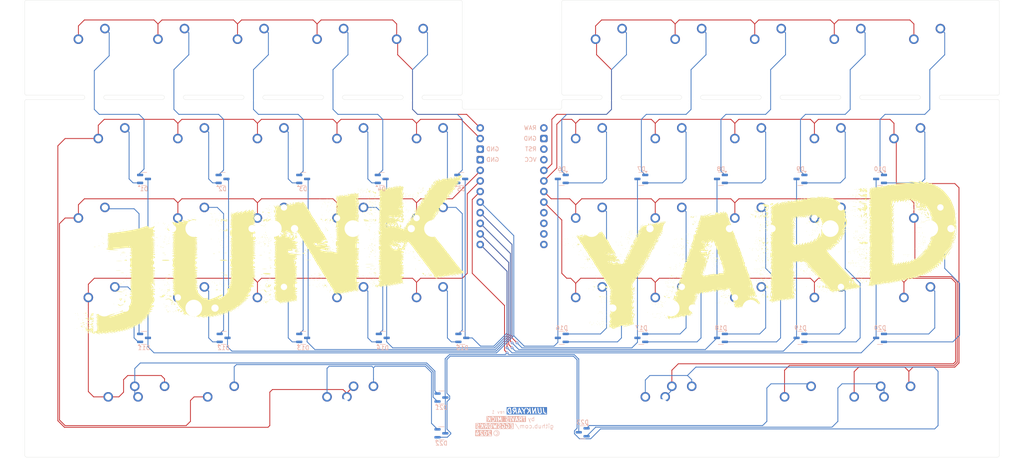
<source format=kicad_pcb>
(kicad_pcb (version 20240108) (generator "pcbnew") (generator_version "8.0")
  (layers (0 "F.Cu" signal) (31 "B.Cu" signal) (34 "B.Paste" user) (35 "F.Paste" user) (36 "B.SilkS" user "B.Silkscreen") (37 "F.SilkS" user "F.Silkscreen") (38 "B.Mask" user) (39 "F.Mask" user) (44 "Edge.Cuts" user))
  (net 0 "")
  (net 1 "Net-(D1-A-Pad1)")
  (net 2 "Net-(D1-A-Pad2)")
  (net 3 "C1")
  (net 4 "Net-(D2-A-Pad2)")
  (net 5 "Net-(D2-A-Pad1)")
  (net 6 "C2")
  (net 7 "C3")
  (net 8 "Net-(D3-A-Pad1)")
  (net 9 "Net-(D3-A-Pad2)")
  (net 10 "C4")
  (net 11 "Net-(D4-A-Pad1)")
  (net 12 "Net-(D4-A-Pad2)")
  (net 13 "Net-(D5-A-Pad1)")
  (net 14 "Net-(D5-A-Pad2)")
  (net 15 "C5")
  (net 16 "Net-(D6-A-Pad2)")
  (net 17 "Net-(D6-A-Pad1)")
  (net 18 "Net-(D7-A-Pad1)")
  (net 19 "Net-(D7-A-Pad2)")
  (net 20 "Net-(D8-A-Pad2)")
  (net 21 "Net-(D8-A-Pad1)")
  (net 22 "Net-(D9-A-Pad2)")
  (net 23 "Net-(D9-A-Pad1)")
  (net 24 "Net-(D10-A-Pad1)")
  (net 25 "Net-(D10-A-Pad2)")
  (net 26 "Net-(D11-A-Pad2)")
  (net 27 "Net-(D11-A-Pad1)")
  (net 28 "Net-(D12-A-Pad1)")
  (net 29 "Net-(D12-A-Pad2)")
  (net 30 "Net-(D13-A-Pad2)")
  (net 31 "Net-(D13-A-Pad1)")
  (net 32 "Net-(D14-A-Pad1)")
  (net 33 "Net-(D14-A-Pad2)")
  (net 34 "Net-(D15-A-Pad1)")
  (net 35 "Net-(D15-A-Pad2)")
  (net 36 "Net-(D16-A-Pad2)")
  (net 37 "Net-(D16-A-Pad1)")
  (net 38 "Net-(D17-A-Pad1)")
  (net 39 "Net-(D17-A-Pad2)")
  (net 40 "Net-(D18-A-Pad1)")
  (net 41 "Net-(D18-A-Pad2)")
  (net 42 "Net-(D19-A-Pad1)")
  (net 43 "Net-(D19-A-Pad2)")
  (net 44 "Net-(D20-A-Pad2)")
  (net 45 "Net-(D20-A-Pad1)")
  (net 46 "C6")
  (net 47 "Net-(D21-A-Pad2)")
  (net 48 "Net-(D21-A-Pad1)")
  (net 49 "Net-(D23-A-Pad1)")
  (net 50 "R1")
  (net 51 "R5")
  (net 52 "R2")
  (net 53 "R6")
  (net 54 "R3")
  (net 55 "R7")
  (net 56 "R4")
  (net 57 "R8")
  (net 65 "Net-(D23-A-Pad2)")
  (net 66 "Net-(D22-A-Pad1)")
  (net 67 "Net-(D22-A-Pad2)")
  (footprint "PCM_marbastlib-mx:SW_MX_1u" (layer "F.Cu") (at 228.6 133.35)
    (property "Reference" "SW45" (hide yes))
    (property "Value" "SW_Push_45deg")
  )
  (footprint "PCM_marbastlib-mx:SW_MX_1u" (layer "F.Cu") (at 223.8375 47.625)
    (property "Reference" "SW9" (hide yes))
    (property "Value" "SW_Push_45deg")
  )
  (footprint "Library:mousebites_1mm" (layer "F.Cu") (at 119.0625 59.53125 -90)
    (property "Reference" "REF**" (hide yes))
    (property "Value" "mousebites 1mm" (hide yes))
    (fp_arc (start -1 2.75) (mid -0.5 2.25) (end 0 2.75) (stroke (width 0.05)) (layer "Edge.Cuts"))
    (fp_arc (start 0 -2.75) (mid -0.5 -2.25) (end -1 -2.75) (stroke (width 0.05)) (layer "Edge.Cuts"))
  )
  (footprint "PCM_marbastlib-mx:SW_MX_1u" (layer "F.Cu") (at 161.925 71.4375)
    (property "Reference" "SW16" (hide yes))
    (property "Value" "SW_Push_45deg")
  )
  (footprint "Library:mousebites_1mm" (layer "F.Cu") (at 242.8875 59.53125 -90)
    (property "Reference" "REF**" (hide yes))
    (property "Value" "mousebites 1mm" (hide yes))
    (fp_arc (start -1 2.75) (mid -0.5 2.25) (end 0 2.75) (stroke (width 0.05)) (layer "Edge.Cuts"))
    (fp_arc (start 0 -2.75) (mid -0.5 -2.25) (end -1 -2.75) (stroke (width 0.05)) (layer "Edge.Cuts"))
  )
  (footprint "LOGO" (layer "F.Cu") (at 84.875 96.684375)
    (property "Reference" "G***" (hide yes))
    (property "Value" "LOGO" (hide yes))
  )
  (footprint "PCM_marbastlib-mx:SW_MX_1u" (layer "F.Cu") (at 200.025 71.4375)
    (property "Reference" "SW18" (hide yes))
    (property "Value" "SW_Push_45deg")
  )
  (footprint "PCM_marbastlib-mx:SW_MX_1u" (layer "F.Cu") (at 161.925 90.4875)
    (property "Reference" "SW26" (hide yes))
    (property "Value" "SW_Push_45deg")
  )
  (footprint "MountingHole:MountingHole_2.2mm_M2" (layer "F.Cu") (at 29.765625 39.290625)
    (property "Reference" "REF**" (hide yes))
    (property "Value" "MountingHole_2.2mm_M2")
  )
  (footprint "MountingHole:MountingHole_2.2mm_M2" (layer "F.Cu") (at 29.765625 63.103125)
    (property "Reference" "REF**" (hide yes))
    (property "Value" "MountingHole_2.2mm_M2")
  )
  (footprint "PCM_marbastlib-mx:STAB_MX_2.75u" (layer "F.Cu") (at 102.39375 133.35)
    (property "Reference" "REF**" (hide yes))
    (property "Value" "STAB_MX_2.75u")
  )
  (footprint "PCM_marbastlib-mx:SW_MX_1u" (layer "F.Cu") (at 61.9125 47.625)
    (property "Reference" "SW2" (hide yes))
    (property "Value" "SW_Push_45deg")
  )
  (footprint "Library:mousebites_1mm" (layer "F.Cu") (at 61.9125 59.53125 -90)
    (property "Reference" "REF**" (hide yes))
    (property "Value" "mousebites 1mm" (hide yes))
    (fp_arc (start -1 2.75) (mid -0.5 2.25) (end 0 2.75) (stroke (width 0.05)) (layer "Edge.Cuts"))
    (fp_arc (start 0 -2.75) (mid -0.5 -2.25) (end -1 -2.75) (stroke (width 0.05)) (layer "Edge.Cuts"))
  )
  (footprint "PCM_marbastlib-mx:SW_MX_1u" (layer "F.Cu") (at 240.50625 109.5375)
    (property "Reference" "SW40" (hide yes))
    (property "Value" "SW_Push_45deg")
  )
  (footprint "PCM_marbastlib-mx:SW_MX_1u" (layer "F.Cu") (at 180.975 71.4375)
    (property "Reference" "SW17" (hide yes))
    (property "Value" "SW_Push_45deg")
  )
  (footprint "Library:mousebites_1mm" (layer "F.Cu") (at 223.8375 59.53125 -90)
    (property "Reference" "REF**" (hide yes))
    (property "Value" "mousebites 1mm" (hide yes))
    (fp_arc (start -1 2.75) (mid -0.5 2.25) (end 0 2.75) (stroke (width 0.05)) (layer "Edge.Cuts"))
    (fp_arc (start 0 -2.75) (mid -0.5 -2.25) (end -1 -2.75) (stroke (width 0.05)) (layer "Edge.Cuts"))
  )
  (footprint "PCM_marbastlib-mx:STAB_MX_2.75u" (layer "F.Cu") (at 183.35625 133.35)
    (property "Reference" "REF**" (hide yes))
    (property "Value" "STAB_MX_2.75u")
  )
  (footprint "MountingHole:MountingHole_2.2mm_M2" (layer "F.Cu") (at 142.875 141.684375)
    (property "Reference" "REF**" (hide yes))
    (property "Value" "MountingHole_2.2mm_M2")
  )
  (footprint "PCM_marbastlib-mx:SW_MX_1u" (layer "F.Cu") (at 242.8875 47.625)
    (property "Reference" "SW10" (hide yes))
    (property "Value" "SW_Push_45deg")
  )
  (footprint "PCM_marbastlib-mx:SW_MX_1u" (layer "F.Cu") (at 66.675 109.5375)
    (property "Reference" "SW32" (hide yes))
    (property "Value" "SW_Push_45deg")
  )
  (footprint "PCM_marbastlib-mx:SW_MX_1u" (layer "F.Cu") (at 119.0625 47.625)
    (property "Reference" "SW5" (hide yes))
    (property "Value" "SW_Push_45deg")
  )
  (footprint "MountingHole:MountingHole_2.2mm_M2" (layer "F.Cu") (at 127.396875 39.290625)
    (property "Reference" "REF**" (hide yes))
    (property "Value" "MountingHole_2.2mm_M2")
  )
  (footprint "PCM_marbastlib-mx:SW_MX_1u" (layer "F.Cu") (at 211.93125 133.35)
    (property "Reference" "SW44_1" (hide yes))
    (property "Value" "SW_Push_45deg")
  )
  (footprint "PCM_marbastlib-mx:SW_MX_1u" (layer "F.Cu") (at 204.7875 47.625)
    (property "Reference" "SW8" (hide yes))
    (property "Value" "SW_Push_45deg")
  )
  (footprint "Library:mousebites_1mm" (layer "F.Cu") (at 80.9625 59.53125 -90)
    (property "Reference" "REF**" (hide yes))
    (property "Value" "mousebites 1mm" (hide yes))
    (fp_arc (start -1 2.75) (mid -0.5 2.25) (end 0 2.75) (stroke (width 0.05)) (layer "Edge.Cuts"))
    (fp_arc (start 0 -2.75) (mid -0.5 -2.25) (end -1 -2.75) (stroke (width 0.05)) (layer "Edge.Cuts"))
  )
  (footprint "PCM_marbastlib-mx:SW_MX_1u" (layer "F.Cu") (at 185.7375 47.625)
    (property "Reference" "SW7" (hide yes))
    (property "Value" "SW_Push_45deg")
  )
  (footprint "PCM_marbastlib-mx:SW_MX_1u" (layer "F.Cu") (at 166.6875 47.625)
    (property "Reference" "SW6" (hide yes))
    (property "Value" "SW_Push_45deg")
  )
  (footprint "PCM_marbastlib-mx:SW_MX_1u" (layer "F.Cu") (at 123.825 71.4375)
    (property "Reference" "SW15" (hide yes))
    (property "Value" "SW_Push_45deg")
  )
  (footprint "PCM_marbastlib-mx:STAB_MX_2.25u" (layer "F.Cu") (at 178.59375 133.35)
    (property "Reference" "REF**" (hide yes))
    (property "Value" "STAB_MX_2.25u")
  )
  (footprint "PCM_marbastlib-mx:SW_MX_1u" (layer "F.Cu") (at 104.775 71.4375)
    (property "Reference" "SW14" (hide yes))
    (property "Value" "SW_Push_45deg")
  )
  (footprint "MountingHole:MountingHole_2.2mm_M2" (layer "F.Cu") (at 255.984375 39.290625)
    (property "Reference" "REF**" (hide yes))
    (property "Value" "MountingHole_2.2mm_M2")
  )
  (footprint "PCM_marbastlib-mx:STAB_MX_2u" (layer "F.Cu") (at 228.6 133.35)
    (property "Reference" "REF**" (hide yes))
    (property "Value" "STAB_MX_2u")
  )
  (footprint "PCM_marbastlib-mx:SW_MX_1u" (layer "F.Cu") (at 66.675 71.4375)
    (property "Reference" "SW12" (hide yes))
    (property "Value" "SW_Push_45deg")
  )
  (footprint "PCM_marbastlib-mx:SW_MX_1u" (layer "F.Cu") (at 66.675 90.4875)
    (property "Reference" "SW22" (hide yes))
    (property "Value" "SW_Push_45deg")
  )
  (footprint "PCM_marbastlib-mx:SW_MX_1u" (layer "F.Cu") (at 180.975 90.4875)
    (property "Reference" "SW27" (hide yes))
    (property "Value" "SW_Push_45deg")
  )
  (footprint "PCM_marbastlib-mx:SW_MX_1u" (layer "F.Cu") (at 183.35625 133.35)
    (property "Reference" "SW44" (hide yes))
    (property "Value" "SW_Push_45deg")
  )
  (footprint "MountingHole:MountingHole_2.2mm_M2" (layer "F.Cu") (at 29.765625 141.684375)
    (property "Reference" "REF**" (hide yes))
    (property "Value" "MountingHole_2.2mm_M2")
  )
  (footprint "Library:mousebites_1mm" (layer "F.Cu") (at 185.7375 59.53125 -90)
    (property "Reference" "REF**" (hide yes))
    (property "Value" "mousebites 1mm" (hide yes))
    (fp_arc (start -1 2.75) (mid -0.5 2.25) (end 0 2.75) (stroke (width 0.05)) (layer "Edge.Cuts"))
    (fp_arc (start 0 -2.75) (mid -0.5 -2.25) (end -1 -2.75) (stroke (width 0.05)) (layer "Edge.Cuts"))
  )
  (footprint "PCM_marbastlib-mx:SW_MX_1u" (layer "F.Cu") (at 235.74375 133.35)
    (property "Reference" "SW45_1" (hide yes))
    (property "Value" "SW_Push_45deg")
  )
  (footprint "PCM_marbastlib-mx:SW_MX_1u" (layer "F.Cu") (at 100.0125 47.625)
    (property "Reference" "SW4" (hide yes))
    (property "Value" "SW_Push_45deg")
  )
  (footprint "PCM_marbastlib-mx:SW_MX_1u" (layer "F.Cu") (at 161.925 109.5375)
    (property "Reference" "SW36" (hide yes))
    (property "Value" "SW_Push_45deg")
  )
  (footprint "PCM_marbastlib-mx:SW_MX_1u" (layer "F.Cu") (at 85.725 90.4875)
    (property "Reference" "SW23" (hide yes))
    (property "Value" "SW_Push_45deg")
  )
  (footprint "PCM_marbastlib-mx:SW_MX_1u" (layer "F.Cu") (at 219.075 90.4875)
    (property "Reference" "SW29" (hide yes))
    (property "Value" "SW_Push_45deg")
  )
  (footprint "PCM_marbastlib-mx:SW_MX_1u" (layer "F.Cu") (at 180.975 109.5375)
    (property "Reference" "SW37" (hide yes))
    (property "Value" "SW_Push_45deg")
  )
  (footprint "PCM_marbastlib-xp-promicroish:ProMicro_USBup" (layer "F.Cu") (at 142.875 80.3275)
    (property "Reference" "U1" (hide yes))
    (property "Value" "ProMicro")
  )
  (footprint "PCM_marbastlib-mx:SW_MX_1u" (layer "F.Cu") (at 50.00625 133.35)
    (property "Reference" "SW41" (hide yes))
    (property "Value" "SW_Push_45deg")
  )
  (footprint "PCM_marbastlib-mx:SW_MX_1u" (layer "F.Cu") (at 85.725 71.4375)
    (property "Reference" "SW13" (hide yes))
    (property "Value" "SW_Push_45deg")
  )
  (footprint "PCM_marbastlib-mx:SW_MX_1u" (layer "F.Cu") (at 104.775 90.4875)
    (property "Reference" "SW24" (hide yes))
    (property "Value" "SW_Push_45deg")
  )
  (footprint "PCM_marbastlib-mx:SW_MX_1u" (layer "F.Cu") (at 219.075 109.5375)
    (property "Reference" "SW39" (hide yes))
    (property "Value" "SW_Push_45deg")
  )
  (footprint "MountingHole:MountingHole_2.2mm_M2" (layer "F.Cu") (at 158.353125 39.290625)
    (property "Reference" "REF**" (hide yes))
    (property "Value" "MountingHole_2.2mm_M2")
  )
  (footprint "PCM_marbastlib-mx:SW_MX_1u" (layer "F.Cu") (at 42.8625 90.4875)
    (property "Reference" "SW21" (hide yes))
    (property "Value" "SW_Push_45deg")
  )
  (footprint "PCM_marbastlib-mx:SW_MX_1u" (layer "F.Cu") (at 107.15625 133.35)
    (property "Reference" "SW43" (hide yes))
    (property "Value" "SW_Push_45deg")
  )
  (footprint "PCM_marbastlib-mx:SW_MX_1u" (layer "F.Cu") (at 102.39375 133.35)
    (property "Reference" "SW42_1" (hide yes))
    (property "Value" "SW_Push_45deg")
  )
  (footprint "LOGO" (layer "F.Cu") (at 201.875 96.684375)
    (property "Reference" "G***" (hide yes))
    (property "Value" "LOGO" (hide yes))
  )
  (footprint "PCM_marbastlib-mx:SW_MX_1u" (layer "F.Cu") (at 123.825 90.4875)
    (property "Reference" "SW25" (hide yes))
    (property "Value" "SW_Push_45deg")
  )
  (footprint "PCM_marbastlib-mx:SW_MX_1u" (layer "F.Cu") (at 73.81875 133.35)
    (property "Reference" "SW42" (hide yes))
    (property "Value" "SW_Push_45deg")
  )
  (footprint "MountingHole:MountingHole_2.2mm_M2" (layer "F.Cu") (at 255.984375 63.103125)
    (property "Reference" "REF**" (hide yes))
    (property "Value" "MountingHole_2.2mm_M2")
  )
  (footprint "PCM_marbastlib-mx:SW_MX_1u" (layer "F.Cu") (at 178.59375 133.35)
    (property "Reference" "SW43_1" (hide yes))
    (property "Value" "SW_Push_45deg")
  )
  (footprint "PCM_marbastlib-mx:SW_MX_1u" (layer "F.Cu") (at 80.9625 47.625)
    (property "Reference" "SW3" (hide yes))
    (property "Value" "SW_Push_45deg")
  )
  (footprint "PCM_marbastlib-mx:SW_MX_1u" (layer "F.Cu") (at 57.15 133.35)
    (property "Reference" "SW41_1" (hide yes))
    (property "Value" "SW_Push_45deg")
  )
  (footprint "PCM_marbastlib-mx:SW_MX_1u" (layer "F.Cu") (at 123.825 109.5375)
    (property "Reference" "SW35" (hide yes))
    (property "Value" "SW_Push_45deg")
  )
  (footprint "Library:mousebites_1mm" (layer "F.Cu") (at 42.8625 59.53125 -90)
    (property "Reference" "REF**" (hide yes))
    (property "Value" "mousebites 1mm" (hide yes))
    (fp_arc (start -1 2.75) (mid -0.5 2.25) (end 0 2.75) (stroke (width 0.05)) (layer "Edge.Cuts"))
    (fp_arc (start 0 -2.75) (mid -0.5 -2.25) (end -1 -2.75) (stroke (width 0.05)) (layer "Edge.Cuts"))
  )
  (footprint "Library:mousebites_1mm" (layer "F.Cu") (at 100.0125 59.53125 -90)
    (property "Reference" "REF**" (hide yes))
    (property "Value" "mousebites 1mm" (hide yes))
    (fp_arc (start -1 2.75) (mid -0.5 2.25) (end 0 2.75) (stroke (width 0.05)) (layer "Edge.Cuts"))
    (fp_arc (start 0 -2.75) (mid -0.5 -2.25) (end -1 -2.75) (stroke (width 0.05)) (layer "Edge.Cuts"))
  )
  (footprint "Library:mousebites_1mm" (layer "F.Cu") (at 204.7875 59.53125 -90)
    (property "Reference" "REF**" (hide yes))
    (property "Value" "mousebites 1mm" (hide yes))
    (fp_arc (start -1 2.75) (mid -0.5 2.25) (end 0 2.75) (stroke (width 0.05)) (layer "Edge.Cuts"))
    (fp_arc (start 0 -2.75) (mid -0.5 -2.25) (end -1 -2.75) (stroke (width 0.05)) (layer "Edge.Cuts"))
  )
  (footprint "PCM_marbastlib-mx:SW_MX_1u" (layer "F.Cu") (at 238.125 71.4375)
    (property "Reference" "SW20" (hide yes))
    (property "Value" "SW_Push_45deg")
  )
  (footprint "PCM_marbastlib-mx:SW_MX_1u" (layer "F.Cu") (at 200.025 90.4875)
    (property "Reference" "SW28" (hide yes))
    (property "Value" "SW_Push_45deg")
  )
  (footprint "MountingHole:MountingHole_2.2mm_M2" (layer "F.Cu") (at 255.984375 141.684375)
    (property "Reference" "REF**" (hide yes))
    (property "Value" "MountingHole_2.2mm_M2")
  )
  (footprint "PCM_marbastlib-mx:SW_MX_1u" (layer "F.Cu") (at 200.025 109.5375)
    (property "Reference" "SW38" (hide yes))
    (property "Value" "SW_Push_45deg")
  )
  (footprint "PCM_marbastlib-mx:SW_MX_1u" (layer "F.Cu") (at 242.8875 90.4875)
    (property "Reference" "SW30" (hide yes))
    (property "Value" "SW_Push_45deg")
  )
  (footprint "PCM_marbastlib-mx:SW_MX_1u" (layer "F.Cu") (at 47.625 71.4375)
    (property "Reference" "SW11" (hide yes))
    (property "Value" "SW_Push_45deg")
  )
  (footprint "PCM_marbastlib-mx:STAB_MX_2.25u" (layer "F.Cu") (at 107.15625 133.35)
    (property "Reference" "REF**" (hide yes))
    (property "Value" "STAB_MX_2.25u")
  )
  (footprint "PCM_marbastlib-mx:SW_MX_1u" (layer "F.Cu") (at 42.8625 47.625)
    (property "Reference" "SW1" (hide yes))
    (property "Value" "SW_Push_45deg")
  )
  (footprint "Library:mousebites_1mm" (layer "F.Cu") (at 166.6875 59.53125 -90)
    (property "Reference" "REF**" (hide yes))
    (property "Value" "mousebites 1mm" (hide yes))
    (fp_arc (start -1 2.75) (mid -0.5 2.25) (end 0 2.75) (stroke (width 0.05)) (layer "Edge.Cuts"))
    (fp_arc (start 0 -2.75) (mid -0.5 -2.25) (end -1 -2.75) (stroke (width 0.05)) (layer "Edge.Cuts"))
  )
  (footprint "PCM_marbastlib-mx:SW_MX_1u" (layer "F.Cu") (at 85.725 109.5375)
    (property "Reference" "SW33" (hide yes))
    (property "Value" "SW_Push_45deg")
  )
  (footprint "PCM_marbastlib-mx:SW_MX_1u" (layer "F.Cu") (at 104.775 109.5375)
    (property "Reference" "SW34" (hide yes))
    (property "Value" "SW_Push_45deg")
  )
  (footprint "PCM_marbastlib-mx:STAB_MX_2u" (layer "F.Cu") (at 57.15 133.35)
    (property "Reference" "REF**" (hide yes))
    (property "Value" "STAB_MX_2u")
  )
  (footprint "PCM_marbastlib-mx:SW_MX_1u" (layer "F.Cu") (at 45.24375 109.5375)
    (property "Reference" "SW31" (hide yes))
    (property "Value" "SW_Push_45deg")
  )
  (footprint "PCM_marbastlib-mx:SW_MX_1u" (layer "F.Cu") (at 219.075 71.4375)
    (property "Reference" "SW19" (hide yes))
    (property "Value" "SW_Push_45deg")
  )
  (footprint "Package_TO_SOT_SMD:SOT-23" (layer "B.Cu") (at 173.83125 116.68125 180)
    (property "Reference" "D17")
    (property "Value" "BAV70")
  )
  (footprint "Package_TO_SOT_SMD:SOT-23" (layer "B.Cu") (at 111.665625 78.58125)
    (property "Reference" "D4")
    (property "Value" "BAV70")
  )
  (footprint "Package_TO_SOT_SMD:SOT-23" (layer "B.Cu") (at 54.76875 78.58125)
    (property "Reference" "D1")
    (property "Value" "BAV70")
  )
  (footprint "Package_TO_SOT_SMD:SOT-23" (layer "B.Cu") (at 211.93125 116.68125 180)
    (property "Reference" "D19")
    (property "Value" "BAV70")
  )
  (footprint "Package_TO_SOT_SMD:SOT-23" (layer "B.Cu") (at 111.91875 116.68125)
    (property "Reference" "D14")
    (property "Value" "BAV70")
  )
  (footprint "Package_TO_SOT_SMD:SOT-23" (layer "B.Cu") (at 211.93125 78.58125 180)
    (property "Reference" "D9")
    (property "Value" "BAV70")
  )
  (footprint "Package_TO_SOT_SMD:SOT-23" (layer "B.Cu") (at 154.78125 116.68125 180)
    (property "Reference" "D16")
    (property "Value" "BAV70")
  )
  (footprint "Package_TO_SOT_SMD:SOT-23" (layer "B.Cu") (at 130.96875 116.68125)
    (property "Reference" "D15")
    (property "Value" "BAV70")
  )
  (footprint "Package_TO_SOT_SMD:SOT-23" (layer "B.Cu") (at 73.565625 78.58125)
    (property "Reference" "D2")
    (property "Value" "BAV70")
  )
  (footprint "Package_TO_SOT_SMD:SOT-23" (layer "B.Cu") (at 154.78125 78.58125 180)
    (property "Reference" "D6")
    (property "Value" "BAV70")
  )
  (footprint "Package_TO_SOT_SMD:SOT-23" (layer "B.Cu") (at 54.76875 116.68125)
    (property "Reference" "D11")
    (property "Value" "BAV70")
  )
  (footprint "Package_TO_SOT_SMD:SOT-23" (layer "B.Cu") (at 230.98125 116.68125 180)
    (property "Reference" "D20")
    (property "Value" "BAV70")
  )
  (footprint "Package_TO_SOT_SMD:SOT-23" (layer "B.Cu") (at 192.88125 116.68125 180)
    (property "Reference" "D18")
    (property "Value" "BAV70")
  )
  (footprint "Package_TO_SOT_SMD:SOT-23" (layer "B.Cu") (at 173.83125 78.58125 180)
    (property "Reference" "D7")
    (property "Value" "BAV70")
  )
  (footprint "Package_TO_SOT_SMD:SOT-23" (layer "B.Cu") (at 130.715625 78.58125)
    (property "Reference" "D5")
    (property "Value" "BAV70")
  )
  (footprint "Package_TO_SOT_SMD:SOT-23" (layer "B.Cu") (at 125.96875 130.96875)
    (property "Reference" "D21")
    (property "Value" "BAV70")
  )
  (footprint "Package_TO_SOT_SMD:SOT-23" (layer "B.Cu") (at 73.81875 116.68125)
    (property "Reference" "D12")
    (property "Value" "BAV70")
  )
  (footprint "Package_TO_SOT_SMD:SOT-23" (layer "B.Cu") (at 192.88125 78.58125 180)
    (property "Reference" "D8")
    (property "Value" "BAV70")
  )
  (footprint "Package_TO_SOT_SMD:SOT-23" (layer "B.Cu") (at 230.98125 78.58125 180)
    (property "Reference" "D10")
    (property "Value" "BAV70")
  )
  (footprint "Package_TO_SOT_SMD:SOT-23" (layer "B.Cu") (at 92.86875 116.68125)
    (property "Reference" "D13")
    (property "Value" "BAV70")
  )
  (footprint "Package_TO_SOT_SMD:SOT-23" (layer "B.Cu") (at 159.78125 139.303125 180)
    (property "Reference" "D23")
    (property "Value" "BAV70")
  )
  (footprint "Package_TO_SOT_SMD:SOT-23" (layer "B.Cu") (at 125.96875 139.54375)
    (property "Reference" "D22")
    (property "Value" "BAV70")
  )
  (footprint "Package_TO_SOT_SMD:SOT-23" (layer "B.Cu") (at 92.86875 78.58125)
    (property "Reference" "D3")
    (property "Value" "BAV70")
  )
  (gr_line (start 182.9875 59.53125) (end 169.4375 59.53125) (stroke (width 0.05)) (layer "Edge.Cuts"))
  (gr_line (start 154.78125 60.03125) (end 154.78125 61.4125) (stroke (width 0.05)) (layer "Edge.Cuts"))
  (gr_line (start 26.19375 60.03125) (end 26.19375 144.75625) (stroke (width 0.05)) (layer "Edge.Cuts"))
  (gr_arc (start 26.19375 36.21875) (mid 26.340211 35.865211) (end 26.69375 35.71875) (stroke (width 0.05)) (layer "Edge.Cuts"))
  (gr_line (start 83.7125 58.53125) (end 97.2625 58.53125) (stroke (width 0.05)) (layer "Edge.Cuts"))
  (gr_line (start 45.6125 58.53125) (end 59.1625 58.53125) (stroke (width 0.05)) (layer "Edge.Cuts"))
  (gr_arc (start 26.69375 58.53125) (mid 26.340211 58.384789) (end 26.19375 58.03125) (stroke (width 0.05)) (layer "Edge.Cuts"))
  (gr_arc (start 154.78125 60.03125) (mid 154.927714 59.677729) (end 155.28125 59.53125) (stroke (width 0.05)) (layer "Edge.Cuts"))
  (gr_line (start 102.7625 59.53125) (end 116.3125 59.53125) (stroke (width 0.05)) (layer "Edge.Cuts"))
  (gr_arc (start 259.55625 144.75625) (mid 259.409789 145.109789) (end 259.05625 145.25625) (stroke (width 0.05)) (layer "Edge.Cuts"))
  (gr_line (start 121.8125 58.53125) (end 130.46875 58.53125) (stroke (width 0.05)) (layer "Edge.Cuts"))
  (gr_line (start 259.05625 35.71875) (end 155.28125 35.71875) (stroke (width 0.05)) (layer "Edge.Cuts"))
  (gr_line (start 40.1125 59.53125) (end 26.69375 59.53125) (stroke (width 0.05)) (layer "Edge.Cuts"))
  (gr_line (start 130.96875 61.4125) (end 130.96875 60.03125) (stroke (width 0.05)) (layer "Edge.Cuts"))
  (gr_line (start 155.28125 58.53125) (end 163.9375 58.53125) (stroke (width 0.05)) (layer "Edge.Cuts"))
  (gr_line (start 207.5375 58.53125) (end 221.0875 58.53125) (stroke (width 0.05)) (layer "Edge.Cuts"))
  (gr_line (start 116.3125 58.53125) (end 102.7625 58.53125) (stroke (width 0.05)) (layer "Edge.Cuts"))
  (gr_line (start 26.69375 145.25625) (end 259.05625 145.25625) (stroke (width 0.05)) (layer "Edge.Cuts"))
  (gr_arc (start 154.78125 61.4125) (mid 154.634803 61.766053) (end 154.28125 61.9125) (stroke (width 0.05)) (layer "Edge.Cuts"))
  (gr_arc (start 131.46875 61.9125) (mid 131.115197 61.766053) (end 130.96875 61.4125) (stroke (width 0.05)) (layer "Edge.Cuts"))
  (gr_line (start 155.28125 59.53125) (end 163.9375 59.53125) (stroke (width 0.05)) (layer "Edge.Cuts"))
  (gr_line (start 121.8125 59.53125) (end 130.46875 59.53125) (stroke (width 0.05)) (layer "Edge.Cuts"))
  (gr_line (start 169.4375 58.53125) (end 182.9875 58.53125) (stroke (width 0.05)) (layer "Edge.Cuts"))
  (gr_line (start 221.0875 59.53125) (end 207.5375 59.53125) (stroke (width 0.05)) (layer "Edge.Cuts"))
  (gr_line (start 26.69375 35.71875) (end 130.46875 35.71875) (stroke (width 0.05)) (layer "Edge.Cuts"))
  (gr_arc (start 130.46875 35.71875) (mid 130.822289 35.865211) (end 130.96875 36.21875) (stroke (width 0.05)) (layer "Edge.Cuts"))
  (gr_line (start 245.6375 58.53125) (end 259.05625 58.53125) (stroke (width 0.05)) (layer "Edge.Cuts"))
  (gr_arc (start 259.55625 58.03125) (mid 259.409789 58.384789) (end 259.05625 58.53125) (stroke (width 0.05)) (layer "Edge.Cuts"))
  (gr_arc (start 155.28125 58.53125) (mid 154.927697 58.384803) (end 154.78125 58.03125) (stroke (width 0.05)) (layer "Edge.Cuts"))
  (gr_arc (start 130.46875 59.53125) (mid 130.822321 59.677694) (end 130.96875 60.03125) (stroke (width 0.05)) (layer "Edge.Cuts"))
  (gr_line (start 59.1625 59.53125) (end 45.6125 59.53125) (stroke (width 0.05)) (layer "Edge.Cuts"))
  (gr_arc (start 259.05625 59.53125) (mid 259.409789 59.677711) (end 259.55625 60.03125) (stroke (width 0.05)) (layer "Edge.Cuts"))
  (gr_line (start 26.19375 36.21875) (end 26.19375 58.03125) (stroke (width 0.05)) (layer "Edge.Cuts"))
  (gr_line (start 259.55625 58.03125) (end 259.55625 36.21875) (stroke (width 0.05)) (layer "Edge.Cuts"))
  (gr_line (start 97.2625 59.53125) (end 83.7125 59.53125) (stroke (width 0.05)) (layer "Edge.Cuts"))
  (gr_arc (start 130.96875 58.03125) (mid 130.822289 58.384789) (end 130.46875 58.53125) (stroke (width 0.05)) (layer "Edge.Cuts"))
  (gr_arc (start 154.78125 36.21875) (mid 154.927711 35.865211) (end 155.28125 35.71875) (stroke (width 0.05)) (layer "Edge.Cuts"))
  (gr_line (start 154.78125 36.21875) (end 154.78125 58.03125) (stroke (width 0.05)) (layer "Edge.Cuts"))
  (gr_line (start 188.4875 58.53125) (end 202.0375 58.53125) (stroke (width 0.05)) (layer "Edge.Cuts"))
  (gr_arc (start 26.19375 60.03125) (mid 26.340211 59.677711) (end 26.69375 59.53125) (stroke (width 0.05)) (layer "Edge.Cuts"))
  (gr_line (start 131.46875 61.9125) (end 154.28125 61.9125) (stroke (width 0.05)) (layer "Edge.Cuts"))
  (gr_arc (start 259.05625 35.71875) (mid 259.409789 35.865211) (end 259.55625 36.21875) (stroke (width 0.05)) (layer "Edge.Cuts"))
  (gr_line (start 78.2125 59.53125) (end 64.6625 59.53125) (stroke (width 0.05)) (layer "Edge.Cuts"))
  (gr_line (start 130.96875 36.21875) (end 130.96875 58.03125) (stroke (width 0.05)) (layer "Edge.Cuts"))
  (gr_arc (start 26.69375 145.25625) (mid 26.340211 145.109789) (end 26.19375 144.75625) (stroke (width 0.05)) (layer "Edge.Cuts"))
  (gr_line (start 226.5875 58.53125) (end 240.1375 58.53125) (stroke (width 0.05)) (layer "Edge.Cuts"))
  (gr_line (start 64.6625 58.53125) (end 78.2125 58.53125) (stroke (width 0.05)) (layer "Edge.Cuts"))
  (gr_line (start 259.05625 59.53125) (end 245.6375 59.53125) (stroke (width 0.05)) (layer "Edge.Cuts"))
  (gr_line (start 240.1375 59.53125) (end 226.5875 59.53125) (stroke (width 0.05)) (layer "Edge.Cuts"))
  (gr_line (start 26.69375 58.53125) (end 40.1125 58.53125) (stroke (width 0.05)) (layer "Edge.Cuts"))
  (gr_line (start 202.0375 59.53125) (end 188.4875 59.53125) (stroke (width 0.05)) (layer "Edge.Cuts"))
  (gr_line (start 259.55625 144.75625) (end 259.55625 60.03125) (stroke (width 0.05)) (layer "Edge.Cuts"))
  (gr_text "JUNKYARD" (at 151.327319 134.936427 0) (layer "B.Cu" knockout) (effects (font (size 1.25 1.25) (thickness 0.25) (bold yes) (italic yes)) (justify left bottom mirror)))
  (gr_text "RAW" (at 148.828125 66.925 0) (layer "B.SilkS") (effects (font (size 1 1)) (justify left bottom mirror)))
  (gr_text "EGGSWORKS" (at 143.39529 138.431395 0) (layer "B.SilkS" knockout) (effects (font (size 1 1) (thickness 0.2) (bold yes) (italic yes)) (justify left bottom mirror)))
  (gr_text "by" (at 148.410891 136.704031 0) (layer "B.SilkS") (effects (font (size 1 1) (thickness 0.1)) (justify left bottom mirror)))
  (gr_text "GND" (at 139.85875 74.545 0) (layer "B.SilkS") (effects (font (size 1 1)) (justify left bottom mirror)))
  (gr_text "rev 1" (at 141.16291 134.915615 0) (layer "B.SilkS") (effects (font (size 0.8 0.8) (thickness 0.08)) (justify left bottom mirror)))
  (gr_text "VCC" (at 148.828125 74.545 0) (layer "B.SilkS") (effects (font (size 1 1)) (justify left bottom mirror)))
  (gr_text "github.com/" (at 152.92029 138.431395 0) (layer "B.SilkS") (effects (font (size 1 1) (thickness 0.1)) (justify left bottom mirror)))
  (gr_text "2024" (at 138.116863 140.15876 0) (layer "B.SilkS" knockout) (effects (font (size 1 1) (thickness 0.2) (bold yes) (italic yes)) (justify left bottom mirror)))
  (gr_text "©" (at 140.086243 140.117136 0) (layer "B.SilkS") (effects (font (size 1 1) (thickness 0.1)) (justify left bottom mirror)))
  (gr_text "GND" (at 148.828125 69.465 0) (layer "B.SilkS") (effects (font (size 1 1)) (justify left bottom mirror)))
  (gr_text "TRAVIS MICK" (at 146.332856 136.75438 0) (layer "B.SilkS" knockout) (effects (font (size 1 1) (thickness 0.2) (bold yes) (italic yes)) (justify left bottom mirror)))
  (gr_text "RST" (at 148.828125 72.005 0) (layer "B.SilkS") (effects (font (size 1 1)) (justify left bottom mirror)))
  (gr_text "GND" (at 139.85875 72.005 0) (layer "B.SilkS") (effects (font (size 1 1)) (justify left bottom mirror)))
  (segment (start 50.165 66.3575) (end 51.196875 67.389375) (width 0.2) (layer "B.Cu") (net 1))
  (segment (start 51.196875 67.389375) (end 51.196875 78.58125) (width 0.2) (layer "B.Cu") (net 1))
  (segment (start 51.196875 78.58125) (end 52.146875 79.53125) (width 0.2) (layer "B.Cu") (net 1))
  (segment (start 52.146875 79.53125) (end 53.83125 79.53125) (width 0.2) (layer "B.Cu") (net 1))
  (segment (start 53.578125 63.103125) (end 54.76875 64.29375) (width 0.2) (layer "B.Cu") (net 2))
  (segment (start 44.053125 63.103125) (end 53.578125 63.103125) (width 0.2) (layer "B.Cu") (net 2))
  (segment (start 54.76875 76.2) (end 53.578125 77.390625) (width 0.2) (layer "B.Cu") (net 2))
  (segment (start 42.8625 61.9125) (end 44.053125 63.103125) (width 0.2) (layer "B.Cu") (net 2))
  (segment (start 45.4025 42.545) (end 46.434375 43.576875) (width 0.2) (layer "B.Cu") (net 2))
  (segment (start 46.434375 49.05375) (end 42.8625 52.625625) (width 0.2) (layer "B.Cu") (net 2))
  (segment (start 42.8625 52.625625) (end 42.8625 61.9125) (width 0.2) (layer "B.Cu") (net 2))
  (segment (start 54.76875 64.29375) (end 54.76875 76.2) (width 0.2) (layer "B.Cu") (net 2))
  (segment (start 46.434375 43.576875) (end 46.434375 49.05375) (width 0.2) (layer "B.Cu") (net 2))
  (segment (start 55.70625 116.68125) (end 55.70625 118.809375) (width 0.2) (layer "B.Cu") (net 3))
  (segment (start 55.70625 116.68125) (end 55.70625 78.58125) (width 0.2) (layer "B.Cu") (net 3))
  (segment (start 139.175243 120.2625) (end 143.284375 116.153368) (width 0.2) (layer "B.Cu") (net 3))
  (segment (start 55.70625 118.809375) (end 57.159375 120.2625) (width 0.2) (layer "B.Cu") (net 3))
  (segment (start 152.926563 118.6625) (end 145.793507 118.6625) (width 0.2) (layer "B.Cu") (net 3))
  (segment (start 153.84375 116.68125) (end 153.84375 117.745313) (width 0.2) (layer "B.Cu") (net 3))
  (segment (start 143.284375 116.153368) (end 143.284375 92.166875) (width 0.2) (layer "B.Cu") (net 3))
  (segment (start 153.84375 78.58125) (end 153.84375 116.68125) (width 0.2) (layer "B.Cu") (net 3))
  (segment (start 153.84375 117.745313) (end 152.926563 118.6625) (width 0.2) (layer "B.Cu") (net 3))
  (segment (start 57.159375 120.2625) (end 139.175243 120.2625) (width 0.2) (layer "B.Cu") (net 3))
  (segment (start 145.793507 118.6625) (end 143.284375 116.153368) (width 0.2) (layer "B.Cu") (net 3))
  (segment (start 143.284375 92.166875) (end 135.255 84.1375) (width 0.2) (layer "B.Cu") (net 3))
  (segment (start 61.9125 61.9125) (end 63.103125 63.103125) (width 0.2) (layer "B.Cu") (net 4))
  (segment (start 61.9125 52.3875) (end 61.9125 61.9125) (width 0.2) (layer "B.Cu") (net 4))
  (segment (start 73.81875 76.440625) (end 72.628125 77.63125) (width 0.2) (layer "B.Cu") (net 4))
  (segment (start 64.4525 42.545) (end 65.484375 43.576875) (width 0.2) (layer "B.Cu") (net 4))
  (segment (start 73.81875 64.29375) (end 73.81875 76.440625) (width 0.2) (layer "B.Cu") (net 4))
  (segment (start 65.484375 43.576875) (end 65.484375 48.815625) (width 0.2) (layer "B.Cu") (net 4))
  (segment (start 72.628125 63.103125) (end 73.81875 64.29375) (width 0.2) (layer "B.Cu") (net 4))
  (segment (start 63.103125 63.103125) (end 72.628125 63.103125) (width 0.2) (layer "B.Cu") (net 4))
  (segment (start 65.484375 48.815625) (end 61.9125 52.3875) (width 0.2) (layer "B.Cu") (net 4))
  (segment (start 70.246875 67.389375) (end 70.246875 78.58125) (width 0.2) (layer "B.Cu") (net 5))
  (segment (start 70.246875 78.58125) (end 71.196875 79.53125) (width 0.2) (layer "B.Cu") (net 5))
  (segment (start 69.215 66.3575) (end 70.246875 67.389375) (width 0.2) (layer "B.Cu") (net 5))
  (segment (start 71.196875 79.53125) (end 72.628125 79.53125) (width 0.2) (layer "B.Cu") (net 5))
  (segment (start 142.875 116.68125) (end 142.875 94.2975) (width 0.2) (layer "F.Cu") (net 6))
  (segment (start 144.065625 117.871875) (end 142.875 116.68125) (width 0.2) (layer "F.Cu") (net 6))
  (segment (start 142.875 94.2975) (end 135.255 86.6775) (width 0.2) (layer "F.Cu") (net 6))
  (via (at 144.065625 117.871875) (size 0.6) (drill 0.3) (layers "F.Cu" "B.Cu") (net 6))
  (segment (start 172.89375 78.58125) (end 172.89375 116.68125) (width 0.2) (layer "B.Cu") (net 6))
  (segment (start 139.009558 119.8625) (end 142.884375 115.987683) (width 0.2) (layer "B.Cu") (net 6))
  (segment (start 75.009375 116.428125) (end 74.75625 116.68125) (width 0.2) (layer "B.Cu") (net 6))
  (segment (start 75.809375 119.8625) (end 139.009558 119.8625) (width 0.2) (layer "B.Cu") (net 6))
  (segment (start 172.89375 117.745313) (end 172.89375 116.68125) (width 0.2) (layer "B.Cu") (net 6))
  (segment (start 74.503125 78.58125) (end 75.009375 79.0875) (width 0.2) (layer "B.Cu") (net 6))
  (segment (start 74.75625 118.809375) (end 75.809375 119.8625) (width 0.2) (layer "B.Cu") (net 6))
  (segment (start 145.25625 119.0625) (end 171.576563 119.0625) (width 0.2) (layer "B.Cu") (net 6))
  (segment (start 144.065625 117.871875) (end 145.25625 119.0625) (width 0.2) (layer "B.Cu") (net 6))
  (segment (start 142.884375 94.306875) (end 135.255 86.6775) (width 0.2) (layer "B.Cu") (net 6))
  (segment (start 75.009375 79.0875) (end 75.009375 116.428125) (width 0.2) (layer "B.Cu") (net 6))
  (segment (start 74.75625 116.68125) (end 74.75625 118.809375) (width 0.2) (layer "B.Cu") (net 6))
  (segment (start 171.576563 119.0625) (end 172.89375 117.745313) (width 0.2) (layer "B.Cu") (net 6))
  (segment (start 142.884375 115.987683) (end 142.884375 94.306875) (width 0.2) (layer "B.Cu") (net 6))
  (segment (start 142.475 96.4375) (end 135.255 89.2175) (width 0.2) (layer "F.Cu") (net 7))
  (segment (start 142.475 117.468529) (end 142.475 96.4375) (width 0.2) (layer "F.Cu") (net 7))
  (segment (start 142.878346 117.871875) (end 142.475 117.468529) (width 0.2) (layer "F.Cu") (net 7))
  (via (at 142.878346 117.871875) (size 0.6) (drill 0.3) (layers "F.Cu" "B.Cu") (net 7))
  (segment (start 142.484375 96.446875) (end 135.255 89.2175) (width 0.2) (layer "B.Cu") (net 7))
  (segment (start 189.1625 119.4625) (end 191.94375 116.68125) (width 0.2) (layer "B.Cu") (net 7))
  (segment (start 93.80625 78.58125) (end 94.059375 78.834375) (width 0.2) (layer "B.Cu") (net 7))
  (segment (start 93.80625 116.68125) (end 93.80625 117.61875) (width 0.2) (layer "B.Cu") (net 7))
  (segment (start 144.468971 119.4625) (end 189.1625 119.4625) (width 0.2) (layer "B.Cu") (net 7))
  (segment (start 95.65 119.4625) (end 138.843872 119.4625) (width 0.2) (layer "B.Cu") (net 7))
  (segment (start 94.059375 116.428125) (end 93.80625 116.68125) (width 0.2) (layer "B.Cu") (net 7))
  (segment (start 142.484375 115.821997) (end 142.484375 96.446875) (width 0.2) (layer "B.Cu") (net 7))
  (segment (start 191.94375 78.58125) (end 191.94375 116.68125) (width 0.2) (layer "B.Cu") (net 7))
  (segment (start 93.80625 117.61875) (end 95.65 119.4625) (width 0.2) (layer "B.Cu") (net 7))
  (segment (start 94.059375 78.834375) (end 94.059375 116.428125) (width 0.2) (layer "B.Cu") (net 7))
  (segment (start 138.843872 119.4625) (end 142.484375 115.821997) (width 0.2) (layer "B.Cu") (net 7))
  (segment (start 142.878346 117.871875) (end 144.468971 119.4625) (width 0.2) (layer "B.Cu") (net 7))
  (segment (start 90.246875 79.53125) (end 91.93125 79.53125) (width 0.2) (layer "B.Cu") (net 8))
  (segment (start 88.265 66.3575) (end 89.296875 67.389375) (width 0.2) (layer "B.Cu") (net 8))
  (segment (start 89.296875 78.58125) (end 90.246875 79.53125) (width 0.2) (layer "B.Cu") (net 8))
  (segment (start 89.296875 67.389375) (end 89.296875 78.58125) (width 0.2) (layer "B.Cu") (net 8))
  (segment (start 83.5025 42.545) (end 84.534375 43.576875) (width 0.2) (layer "B.Cu") (net 9))
  (segment (start 84.534375 43.576875) (end 84.534375 48.815625) (width 0.2) (layer "B.Cu") (net 9))
  (segment (start 82.153125 63.103125) (end 91.678125 63.103125) (width 0.2) (layer "B.Cu") (net 9))
  (segment (start 80.9625 52.3875) (end 80.9625 61.9125) (width 0.2) (layer "B.Cu") (net 9))
  (segment (start 84.534375 48.815625) (end 80.9625 52.3875) (width 0.2) (layer "B.Cu") (net 9))
  (segment (start 92.86875 76.69375) (end 91.93125 77.63125) (width 0.2) (layer "B.Cu") (net 9))
  (segment (start 91.678125 63.103125) (end 92.86875 64.29375) (width 0.2) (layer "B.Cu") (net 9))
  (segment (start 80.9625 61.9125) (end 82.153125 63.103125) (width 0.2) (layer "B.Cu") (net 9))
  (segment (start 92.86875 64.29375) (end 92.86875 76.69375) (width 0.2) (layer "B.Cu") (net 9))
  (segment (start 142.075 118.2625) (end 142.075 98.5775) (width 0.2) (layer "F.Cu") (net 10))
  (segment (start 142.875 119.0625) (end 142.075 118.2625) (width 0.2) (layer "F.Cu") (net 10))
  (segment (start 142.075 98.5775) (end 135.255 91.7575) (width 0.2) (layer "F.Cu") (net 10))
  (via (at 142.875 119.0625) (size 0.6) (drill 0.3) (layers "F.Cu" "B.Cu") (net 10))
  (segment (start 210.99375 78.58125) (end 210.99375 116.68125) (width 0.2) (layer "B.Cu") (net 10))
  (segment (start 138.678186 119.0625) (end 142.084375 115.656311) (width 0.2) (layer "B.Cu") (net 10))
  (segment (start 142.084375 115.656311) (end 142.084375 98.586875) (width 0.2) (layer "B.Cu") (net 10))
  (segment (start 207.8125 119.8625) (end 210.99375 116.68125) (width 0.2) (layer "B.Cu") (net 10))
  (segment (start 112.85625 116.68125) (end 112.85625 117.61875) (width 0.2) (layer "B.Cu") (net 10))
  (segment (start 142.084375 98.586875) (end 135.255 91.7575) (width 0.2) (layer "B.Cu") (net 10))
  (segment (start 142.875 119.0625) (end 143.675 119.8625) (width 0.2) (layer "B.Cu") (net 10))
  (segment (start 112.85625 78.834375) (end 112.603125 78.58125) (width 0.2) (layer "B.Cu") (net 10))
  (segment (start 114.3 119.0625) (end 138.678186 119.0625) (width 0.2) (layer "B.Cu") (net 10))
  (segment (start 112.85625 116.68125) (end 112.85625 78.834375) (width 0.2) (layer "B.Cu") (net 10))
  (segment (start 112.85625 117.61875) (end 114.3 119.0625) (width 0.2) (layer "B.Cu") (net 10))
  (segment (start 143.675 119.8625) (end 207.8125 119.8625) (width 0.2) (layer "B.Cu") (net 10))
  (segment (start 108.346875 78.58125) (end 109.296875 79.53125) (width 0.2) (layer "B.Cu") (net 11))
  (segment (start 107.315 66.3575) (end 108.346875 67.389375) (width 0.2) (layer "B.Cu") (net 11))
  (segment (start 108.346875 67.389375) (end 108.346875 78.58125) (width 0.2) (layer "B.Cu") (net 11))
  (segment (start 109.296875 79.53125) (end 110.728125 79.53125) (width 0.2) (layer "B.Cu") (net 11))
  (segment (start 103.584375 48.815625) (end 100.0125 52.3875) (width 0.2) (layer "B.Cu") (net 12))
  (segment (start 101.203125 63.103125) (end 110.728125 63.103125) (width 0.2) (layer "B.Cu") (net 12))
  (segment (start 100.0125 52.3875) (end 100.0125 61.9125) (width 0.2) (layer "B.Cu") (net 12))
  (segment (start 110.728125 63.103125) (end 111.91875 64.29375) (width 0.2) (layer "B.Cu") (net 12))
  (segment (start 102.5525 42.545) (end 103.584375 43.576875) (width 0.2) (layer "B.Cu") (net 12))
  (segment (start 111.91875 76.440625) (end 110.728125 77.63125) (width 0.2) (layer "B.Cu") (net 12))
  (segment (start 100.0125 61.9125) (end 101.203125 63.103125) (width 0.2) (layer "B.Cu") (net 12))
  (segment (start 103.584375 43.576875) (end 103.584375 48.815625) (width 0.2) (layer "B.Cu") (net 12))
  (segment (start 111.91875 64.29375) (end 111.91875 76.440625) (width 0.2) (layer "B.Cu") (net 12))
  (segment (start 127.396875 78.58125) (end 128.346875 79.53125) (width 0.2) (layer "B.Cu") (net 13))
  (segment (start 128.346875 79.53125) (end 129.778125 79.53125) (width 0.2) (layer "B.Cu") (net 13))
  (segment (start 126.365 66.3575) (end 127.396875 67.389375) (width 0.2) (layer "B.Cu") (net 13))
  (segment (start 127.396875 67.389375) (end 127.396875 78.58125) (width 0.2) (layer "B.Cu") (net 13))
  (segment (start 130.96875 76.440625) (end 129.778125 77.63125) (width 0.2) (layer "B.Cu") (net 14))
  (segment (start 119.0625 61.9125) (end 120.253125 63.103125) (width 0.2) (layer "B.Cu") (net 14))
  (segment (start 122.634375 48.815625) (end 119.0625 52.3875) (width 0.2) (layer "B.Cu") (net 14))
  (segment (start 121.6025 42.545) (end 122.634375 43.576875) (width 0.2) (layer "B.Cu") (net 14))
  (segment (start 122.634375 43.576875) (end 122.634375 48.815625) (width 0.2) (layer "B.Cu") (net 14))
  (segment (start 120.253125 63.103125) (end 129.778125 63.103125) (width 0.2) (layer "B.Cu") (net 14))
  (segment (start 119.0625 52.3875) (end 119.0625 61.9125) (width 0.2) (layer "B.Cu") (net 14))
  (segment (start 129.778125 63.103125) (end 130.96875 64.29375) (width 0.2) (layer "B.Cu") (net 14))
  (segment (start 130.96875 64.29375) (end 130.96875 76.440625) (width 0.2) (layer "B.Cu") (net 14))
  (segment (start 141.684375 119.0625) (end 141.675 119.053125) (width 0.2) (layer "F.Cu") (net 15))
  (segment (start 141.675 119.053125) (end 141.675 100.7175) (width 0.2) (layer "F.Cu") (net 15))
  (segment (start 141.675 100.7175) (end 135.255 94.2975) (width 0.2) (layer "F.Cu") (net 15))
  (via (at 141.684375 119.0625) (size 0.6) (drill 0.3) (layers "F.Cu" "B.Cu") (net 15))
  (segment (start 141.684375 119.0625) (end 142.884375 120.2625) (width 0.2) (layer "B.Cu") (net 15))
  (segment (start 230.04375 78.58125) (end 230.04375 116.68125) (width 0.2) (layer "B.Cu") (net 15))
  (segment (start 131.653125 116.428125) (end 131.90625 116.68125) (width 0.2) (layer "B.Cu") (net 15))
  (segment (start 141.684375 115.490625) (end 141.684375 100.726875) (width 0.2) (layer "B.Cu") (net 15))
  (segment (start 131.653125 78.58125) (end 131.653125 116.428125) (width 0.2) (layer "B.Cu") (net 15))
  (segment (start 142.884375 120.2625) (end 226.4625 120.2625) (width 0.2) (layer "B.Cu") (net 15))
  (segment (start 135.33125 118.6625) (end 138.5125 118.6625) (width 0.2) (layer "B.Cu") (net 15))
  (segment (start 141.684375 100.726875) (end 135.255 94.2975) (width 0.2) (layer "B.Cu") (net 15))
  (segment (start 133.35 116.68125) (end 135.33125 118.6625) (width 0.2) (layer "B.Cu") (net 15))
  (segment (start 131.90625 116.68125) (end 133.35 116.68125) (width 0.2) (layer "B.Cu") (net 15))
  (segment (start 226.4625 120.2625) (end 230.04375 116.68125) (width 0.2) (layer "B.Cu") (net 15))
  (segment (start 138.5125 118.6625) (end 141.684375 115.490625) (width 0.2) (layer "B.Cu") (net 15))
  (segment (start 164.546875 79.53125) (end 155.71875 79.53125) (width 0.2) (layer "B.Cu") (net 16))
  (segment (start 165.496875 67.389375) (end 165.496875 78.58125) (width 0.2) (layer "B.Cu") (net 16))
  (segment (start 164.465 66.3575) (end 165.496875 67.389375) (width 0.2) (layer "B.Cu") (net 16))
  (segment (start 165.496875 78.58125) (end 164.546875 79.53125) (width 0.2) (layer "B.Cu") (net 16))
  (segment (start 154.78125 76.69375) (end 155.71875 77.63125) (width 0.2) (layer "B.Cu") (net 17))
  (segment (start 169.2275 42.545) (end 170.259375 43.576875) (width 0.2) (layer "B.Cu") (net 17))
  (segment (start 170.259375 48.815625) (end 166.6875 52.3875) (width 0.2) (layer "B.Cu") (net 17))
  (segment (start 166.6875 52.3875) (end 166.6875 61.9125) (width 0.2) (layer "B.Cu") (net 17))
  (segment (start 154.78125 64.29375) (end 154.78125 76.69375) (width 0.2) (layer "B.Cu") (net 17))
  (segment (start 166.6875 61.9125) (end 165.496875 63.103125) (width 0.2) (layer "B.Cu") (net 17))
  (segment (start 165.496875 63.103125) (end 155.971875 63.103125) (width 0.2) (layer "B.Cu") (net 17))
  (segment (start 155.971875 63.103125) (end 154.78125 64.29375) (width 0.2) (layer "B.Cu") (net 17))
  (segment (start 170.259375 43.576875) (end 170.259375 48.815625) (width 0.2) (layer "B.Cu") (net 17))
  (segment (start 189.309375 48.815625) (end 185.7375 52.3875) (width 0.2) (layer "B.Cu") (net 18))
  (segment (start 185.7375 61.9125) (end 184.546875 63.103125) (width 0.2) (layer "B.Cu") (net 18))
  (segment (start 175.021875 63.103125) (end 173.83125 64.29375) (width 0.2) (layer "B.Cu") (net 18))
  (segment (start 189.309375 43.576875) (end 189.309375 48.815625) (width 0.2) (layer "B.Cu") (net 18))
  (segment (start 185.7375 52.3875) (end 185.7375 61.9125) (width 0.2) (layer "B.Cu") (net 18))
  (segment (start 184.546875 63.103125) (end 175.021875 63.103125) (width 0.2) (layer "B.Cu") (net 18))
  (segment (start 173.83125 64.29375) (end 173.83125 76.69375) (width 0.2) (layer "B.Cu") (net 18))
  (segment (start 173.83125 76.69375) (end 174.76875 77.63125) (width 0.2) (layer "B.Cu") (net 18))
  (segment (start 188.2775 42.545) (end 189.309375 43.576875) (width 0.2) (layer "B.Cu") (net 18))
  (segment (start 184.546875 78.58125) (end 183.596875 79.53125) (width 0.2) (layer "B.Cu") (net 19))
  (segment (start 184.546875 67.389375) (end 184.546875 78.58125) (width 0.2) (layer "B.Cu") (net 19))
  (segment (start 183.596875 79.53125) (end 174.76875 79.53125) (width 0.2) (layer "B.Cu") (net 19))
  (segment (start 183.515 66.3575) (end 184.546875 67.389375) (width 0.2) (layer "B.Cu") (net 19))
  (segment (start 202.646875 79.53125) (end 193.81875 79.53125) (width 0.2) (layer "B.Cu") (net 20))
  (segment (start 203.596875 78.58125) (end 202.646875 79.53125) (width 0.2) (layer "B.Cu") (net 20))
  (segment (start 203.596875 67.389375) (end 203.596875 78.58125) (width 0.2) (layer "B.Cu") (net 20))
  (segment (start 202.565 66.3575) (end 203.596875 67.389375) (width 0.2) (layer "B.Cu") (net 20))
  (segment (start 207.3275 42.545) (end 208.359375 43.576875) (width 0.2) (layer "B.Cu") (net 21))
  (segment (start 194.071875 63.103125) (end 192.88125 64.29375) (width 0.2) (layer "B.Cu") (net 21))
  (segment (start 192.88125 64.29375) (end 192.88125 76.69375) (width 0.2) (layer "B.Cu") (net 21))
  (segment (start 204.7875 52.3875) (end 204.7875 61.9125) (width 0.2) (layer "B.Cu") (net 21))
  (segment (start 203.596875 63.103125) (end 194.071875 63.103125) (width 0.2) (layer "B.Cu") (net 21))
  (segment (start 208.359375 48.815625) (end 204.7875 52.3875) (width 0.2) (layer "B.Cu") (net 21))
  (segment (start 192.88125 76.69375) (end 193.81875 77.63125) (width 0.2) (layer "B.Cu") (net 21))
  (segment (start 208.359375 43.576875) (end 208.359375 48.815625) (width 0.2) (layer "B.Cu") (net 21))
  (segment (start 204.7875 61.9125) (end 203.596875 63.103125) (width 0.2) (layer "B.Cu") (net 21))
  (segment (start 222.646875 67.389375) (end 222.646875 78.340625) (width 0.2) (layer "B.Cu") (net 22))
  (segment (start 221.45625 79.53125) (end 212.86875 79.53125) (width 0.2) (layer "B.Cu") (net 22))
  (segment (start 222.646875 78.340625) (end 221.45625 79.53125) (width 0.2) (layer "B.Cu") (net 22))
  (segment (start 221.615 66.3575) (end 222.646875 67.389375) (width 0.2) (layer "B.Cu") (net 22))
  (segment (start 223.8375 61.9125) (end 222.646875 63.103125) (width 0.2) (layer "B.Cu") (net 23))
  (segment (start 213.121875 63.103125) (end 211.93125 64.29375) (width 0.2) (layer "B.Cu") (net 23))
  (segment (start 227.409375 43.576875) (end 227.409375 48.815625) (width 0.2) (layer "B.Cu") (net 23))
  (segment (start 222.646875 63.103125) (end 213.121875 63.103125) (width 0.2) (layer "B.Cu") (net 23))
  (segment (start 223.8375 52.3875) (end 223.8375 61.9125) (width 0.2) (layer "B.Cu") (net 23))
  (segment (start 211.93125 64.29375) (end 211.93125 76.69375) (width 0.2) (layer "B.Cu") (net 23))
  (segment (start 227.409375 48.815625) (end 223.8375 52.3875) (width 0.2) (layer "B.Cu") (net 23))
  (segment (start 211.93125 76.69375) (end 212.86875 77.63125) (width 0.2) (layer "B.Cu") (net 23))
  (segment (start 226.3775 42.545) (end 227.409375 43.576875) (width 0.2) (layer "B.Cu") (net 23))
  (segment (start 242.8875 61.9125) (end 241.696875 63.103125) (width 0.2) (layer "B.Cu") (net 24))
  (segment (start 246.459375 48.815625) (end 242.8875 52.3875) (width 0.2) (layer "B.Cu") (net 24))
  (segment (start 232.171875 63.103125) (end 230.98125 64.29375) (width 0.2) (layer "B.Cu") (net 24))
  (segment (start 230.98125 64.29375) (end 230.98125 76.69375) (width 0.2) (layer "B.Cu") (net 24))
  (segment (start 246.459375 43.576875) (end 246.459375 48.815625) (width 0.2) (layer "B.Cu") (net 24))
  (segment (start 230.98125 76.69375) (end 231.91875 77.63125) (width 0.2) (layer "B.Cu") (net 24))
  (segment (start 242.8875 52.3875) (end 242.8875 61.9125) (width 0.2) (layer "B.Cu") (net 24))
  (segment (start 241.696875 63.103125) (end 232.171875 63.103125) (width 0.2) (layer "B.Cu") (net 24))
  (segment (start 245.4275 42.545) (end 246.459375 43.576875) (width 0.2) (layer "B.Cu") (net 24))
  (segment (start 241.696875 78.58125) (end 240.746875 79.53125) (width 0.2) (layer "B.Cu") (net 25))
  (segment (start 241.696875 67.389375) (end 241.696875 78.58125) (width 0.2) (layer "B.Cu") (net 25))
  (segment (start 240.665 66.3575) (end 241.696875 67.389375) (width 0.2) (layer "B.Cu") (net 25))
  (segment (start 240.746875 79.53125) (end 231.91875 79.53125) (width 0.2) (layer "B.Cu") (net 25))
  (segment (start 52.3875 85.725) (end 45.72 85.725) (width 0.2) (layer "B.Cu") (net 26))
  (segment (start 53.578125 86.915625) (end 52.3875 85.725) (width 0.2) (layer "B.Cu") (net 26))
  (segment (start 53.578125 115.478125) (end 53.578125 86.915625) (width 0.2) (layer "B.Cu") (net 26))
  (segment (start 45.72 85.725) (end 45.4025 85.4075) (width 0.2) (layer "B.Cu") (net 26))
  (segment (start 53.83125 115.73125) (end 53.578125 115.478125) (width 0.2) (layer "B.Cu") (net 26))
  (segment (start 50.879375 104.4575) (end 52.3875 105.965625) (width 0.2) (layer "B.Cu") (net 27))
  (segment (start 47.78375 104.4575) (end 50.879375 104.4575) (width 0.2) (layer "B.Cu") (net 27))
  (segment (start 52.3875 105.965625) (end 52.3875 116.68125) (width 0.2) (layer "B.Cu") (net 27))
  (segment (start 52.3875 116.68125) (end 53.3375 117.63125) (width 0.2) (layer "B.Cu") (net 27))
  (segment (start 70.246875 105.489375) (end 70.246875 116.68125) (width 0.2) (layer "B.Cu") (net 28))
  (segment (start 69.215 104.4575) (end 70.246875 105.489375) (width 0.2) (layer "B.Cu") (net 28))
  (segment (start 71.196875 117.63125) (end 72.88125 117.63125) (width 0.2) (layer "B.Cu") (net 28))
  (segment (start 70.246875 116.68125) (end 71.196875 117.63125) (width 0.2) (layer "B.Cu") (net 28))
  (segment (start 73.81875 114.79375) (end 72.88125 115.73125) (width 0.2) (layer "B.Cu") (net 29))
  (segment (start 73.81875 86.915625) (end 73.81875 114.79375) (width 0.2) (layer "B.Cu") (net 29))
  (segment (start 69.215 85.4075) (end 72.310625 85.4075) (width 0.2) (layer "B.Cu") (net 29))
  (segment (start 72.310625 85.4075) (end 73.81875 86.915625) (width 0.2) (layer "B.Cu") (net 29))
  (segment (start 88.265 85.4075) (end 91.360625 85.4075) (width 0.2) (layer "B.Cu") (net 30))
  (segment (start 92.86875 86.915625) (end 92.86875 114.79375) (width 0.2) (layer "B.Cu") (net 30))
  (segment (start 92.86875 114.79375) (end 91.93125 115.73125) (width 0.2) (layer "B.Cu") (net 30))
  (segment (start 91.360625 85.4075) (end 92.86875 86.915625) (width 0.2) (layer "B.Cu") (net 30))
  (segment (start 90.246875 117.63125) (end 91.93125 117.63125) (width 0.2) (layer "B.Cu") (net 31))
  (segment (start 89.296875 105.489375) (end 89.296875 116.68125) (width 0.2) (layer "B.Cu") (net 31))
  (segment (start 88.265 104.4575) (end 89.296875 105.489375) (width 0.2) (layer "B.Cu") (net 31))
  (segment (start 89.296875 116.68125) (end 90.246875 117.63125) (width 0.2) (layer "B.Cu") (net 31))
  (segment (start 109.296875 117.63125) (end 110.98125 117.63125) (width 0.2) (layer "B.Cu") (net 32))
  (segment (start 108.346875 116.68125) (end 109.296875 117.63125) (width 0.2) (layer "B.Cu") (net 32))
  (segment (start 107.315 104.4575) (end 108.346875 105.489375) (width 0.2) (layer "B.Cu") (net 32))
  (segment (start 108.346875 105.489375) (end 108.346875 116.68125) (width 0.2) (layer "B.Cu") (net 32))
  (segment (start 107.315 85.4075) (end 110.410625 85.4075) (width 0.2) (layer "B.Cu") (net 33))
  (segment (start 110.410625 85.4075) (end 111.91875 86.915625) (width 0.2) (layer "B.Cu") (net 33))
  (segment (start 111.91875 114.79375) (end 110.98125 115.73125) (width 0.2) (layer "B.Cu") (net 33))
  (segment (start 111.91875 86.915625) (end 111.91875 114.79375) (width 0.2) (layer "B.Cu") (net 33))
  (segment (start 126.365 104.4575) (end 127.396875 105.489375) (width 0.2) (layer "B.Cu") (net 34))
  (segment (start 127.396875 105.489375) (end 127.396875 116.68125) (width 0.2) (layer "B.Cu") (net 34))
  (segment (start 127.396875 116.68125) (end 128.346875 117.63125) (width 0.2) (layer "B.Cu") (net 34))
  (segment (start 128.346875 117.63125) (end 130.03125 117.63125) (width 0.2) (layer "B.Cu") (net 34))
  (segment (start 130.96875 114.79375) (end 130.03125 115.73125) (width 0.2) (layer "B.Cu") (net 35))
  (segment (start 130.96875 86.915625) (end 130.96875 114.79375) (width 0.2) (layer "B.Cu") (net 35))
  (segment (start 126.365 85.4075) (end 129.460625 85.4075) (width 0.2) (layer "B.Cu") (net 35))
  (segment (start 129.460625 85.4075) (end 130.96875 86.915625) (width 0.2) (layer "B.Cu") (net 35))
  (segment (start 165.496875 86.439375) (end 165.496875 100.0125) (width 0.2) (layer "B.Cu") (net 36))
  (segment (start 169.06875 116.68125) (end 168.11875 117.63125) (width 0.2) (layer "B.Cu") (net 36))
  (segment (start 169.06875 103.584375) (end 169.06875 116.68125) (width 0.2) (layer "B.Cu") (net 36))
  (segment (start 165.496875 100.0125) (end 169.06875 103.584375) (width 0.2) (layer "B.Cu") (net 36))
  (segment (start 168.11875 117.63125) (end 155.71875 117.63125) (width 0.2) (layer "B.Cu") (net 36))
  (segment (start 164.465 85.4075) (end 165.496875 86.439375) (width 0.2) (layer "B.Cu") (net 36))
  (segment (start 165.496875 114.3) (end 164.065625 115.73125) (width 0.2) (layer "B.Cu") (net 37))
  (segment (start 165.496875 105.489375) (end 165.496875 114.3) (width 0.2) (layer "B.Cu") (net 37))
  (segment (start 164.465 104.4575) (end 165.496875 105.489375) (width 0.2) (layer "B.Cu") (net 37))
  (segment (start 164.065625 115.73125) (end 155.71875 115.73125) (width 0.2) (layer "B.Cu") (net 37))
  (segment (start 183.515 104.4575) (end 184.546875 105.489375) (width 0.2) (layer "B.Cu") (net 38))
  (segment (start 183.115625 115.73125) (end 174.76875 115.73125) (width 0.2) (layer "B.Cu") (net 38))
  (segment (start 184.546875 105.489375) (end 184.546875 114.3) (width 0.2) (layer "B.Cu") (net 38))
  (segment (start 184.546875 114.3) (end 183.115625 115.73125) (width 0.2) (layer "B.Cu") (net 38))
  (segment (start 187.16875 117.63125) (end 174.76875 117.63125) (width 0.2) (layer "B.Cu") (net 39))
  (segment (start 183.515 85.4075) (end 184.546875 86.439375) (width 0.2) (layer "B.Cu") (net 39))
  (segment (start 188.11875 103.584375) (end 188.11875 116.68125) (width 0.2) (layer "B.Cu") (net 39))
  (segment (start 184.546875 86.439375) (end 184.546875 100.0125) (width 0.2) (layer "B.Cu") (net 39))
  (segment (start 188.11875 116.68125) (end 187.16875 117.63125) (width 0.2) (layer "B.Cu") (net 39))
  (segment (start 184.546875 100.0125) (end 188.11875 103.584375) (width 0.2) (layer "B.Cu") (net 39))
  (segment (start 203.596875 105.489375) (end 203.596875 114.3) (width 0.2) (layer "B.Cu") (net 40))
  (segment (start 202.165625 115.73125) (end 193.81875 115.73125) (width 0.2) (layer "B.Cu") (net 40))
  (segment (start 202.565 104.4575) (end 203.596875 105.489375) (width 0.2) (layer "B.Cu") (net 40))
  (segment (start 203.596875 114.3) (end 202.165625 115.73125) (width 0.2) (layer "B.Cu") (net 40))
  (segment (start 207.16875 116.68125) (end 206.21875 117.63125) (width 0.2) (layer "B.Cu") (net 41))
  (segment (start 207.16875 103.584375) (end 207.16875 116.68125) (width 0.2) (layer "B.Cu") (net 41))
  (segment (start 203.596875 86.439375) (end 203.596875 100.0125) (width 0.2) (layer "B.Cu") (net 41))
  (segment (start 203.596875 100.0125) (end 207.16875 103.584375) (width 0.2) (layer "B.Cu") (net 41))
  (segment (start 202.565 85.4075) (end 203.596875 86.439375) (width 0.2) (layer "B.Cu") (net 41))
  (segment (start 206.21875 117.63125) (end 193.81875 117.63125) (width 0.2) (layer "B.Cu") (net 41))
  (segment (start 222.646875 105.489375) (end 222.646875 114.3) (width 0.2) (layer "B.Cu") (net 42))
  (segment (start 221.615 104.4575) (end 222.646875 105.489375) (width 0.2) (layer "B.Cu") (net 42))
  (segment (start 222.646875 114.3) (end 221.215625 115.73125) (width 0.2) (layer "B.Cu") (net 42))
  (segment (start 221.215625 115.73125) (end 212.86875 115.73125) (width 0.2) (layer "B.Cu") (net 42))
  (segment (start 222.646875 100.0125) (end 226.21875 103.584375) (width 0.2) (layer "B.Cu") (net 43))
  (segment (start 226.21875 116.68125) (end 225.26875 117.63125) (width 0.2) (layer "B.Cu") (net 43))
  (segment (start 221.615 85.4075) (end 222.646875 86.439375) (width 0.2) (layer "B.Cu") (net 43))
  (segment (start 225.26875 117.63125) (end 212.86875 117.63125) (width 0.2) (layer "B.Cu") (net 43))
  (segment (start 222.646875 86.439375) (end 222.646875 100.0125) (width 0.2) (layer "B.Cu") (net 43))
  (segment (start 226.21875 103.584375) (end 226.21875 116.68125) (width 0.2) (layer "B.Cu") (net 43))
  (segment (start 245.4275 85.4075) (end 246.459375 86.439375) (width 0.2) (layer "B.Cu") (net 44))
  (segment (start 246.459375 100.0125) (end 250.03125 103.584375) (width 0.2) (layer "B.Cu") (net 44))
  (segment (start 250.03125 116.014093) (end 248.414093 117.63125) (width 0.2) (layer "B.Cu") (net 44))
  (segment (start 250.03125 103.584375) (end 250.03125 116.014093) (width 0.2) (layer "B.Cu") (net 44))
  (segment (start 246.459375 86.439375) (end 246.459375 100.0125) (width 0.2) (layer "B.Cu") (net 44))
  (segment (start 248.414093 117.63125) (end 231.91875 117.63125) (width 0.2) (layer "B.Cu") (net 44))
  (segment (start 244.078125 105.489375) (end 244.078125 114.3) (width 0.2) (layer "B.Cu") (net 45))
  (segment (start 244.078125 114.3) (end 242.646875 115.73125) (width 0.2) (layer "B.Cu") (net 45))
  (segment (start 243.04625 104.4575) (end 244.078125 105.489375) (width 0.2) (layer "B.Cu") (net 45))
  (segment (start 242.646875 115.73125) (end 231.91875 115.73125) (width 0.2) (layer "B.Cu") (net 45))
  (segment (start 133.35 101.203125) (end 133.35 83.5025) (width 0.2) (layer "F.Cu") (net 46))
  (segment (start 141.084375 108.9375) (end 133.35 101.203125) (width 0.2) (layer "F.Cu") (net 46))
  (segment (start 141.684375 120.253125) (end 141.084375 119.653125) (width 0.2) (layer "F.Cu") (net 46))
  (segment (start 141.084375 119.653125) (end 141.084375 108.9375) (width 0.2) (layer "F.Cu") (net 46))
  (segment (start 133.35 83.5025) (end 135.255 81.5975) (width 0.2) (layer "F.Cu") (net 46))
  (via (at 141.684375 120.253125) (size 0.6) (drill 0.3) (layers "F.Cu" "B.Cu") (net 46))
  (segment (start 158.84375 121.715625) (end 158.789062 121.715625) (width 0.2) (layer "B.Cu") (net 46))
  (segment (start 127.896875 120.6625) (end 126.875 121.684375) (width 0.2) (layer "B.Cu") (net 46))
  (segment (start 158.789062 121.715625) (end 157.735937 120.6625) (width 0.2) (layer "B.Cu") (net 46))
  (segment (start 157.735937 120.6625) (end 142.09375 120.6625) (width 0.2) (layer "B.Cu") (net 46))
  (segment (start 142.09375 120.6625) (end 141.684375 120.253125) (width 0.2) (layer "B.Cu") (net 46))
  (segment (start 158.84375 139.303125) (end 158.84375 121.715625) (width 0.2) (layer "B.Cu") (net 46))
  (segment (start 141.684375 120.253125) (end 141.275 120.6625) (width 0.2) (layer "B.Cu") (net 46))
  (segment (start 126.875 130.9375) (end 126.90625 130.96875) (width 0.2) (layer "B.Cu") (net 46))
  (segment (start 126.875 121.684375) (end 126.875 130.9375) (width 0.2) (layer "B.Cu") (net 46))
  (segment (start 141.275 120.6625) (end 127.896875 120.6625) (width 0.2) (layer "B.Cu") (net 46))
  (segment (start 126.90625 139.54375) (end 126.90625 130.96875) (width 0.2) (layer "B.Cu") (net 46))
  (segment (start 124.39375 124.637439) (end 124.39375 129.38125) (width 0.2) (layer "B.Cu") (net 47))
  (segment (start 52.54625 128.27) (end 52.54625 124.013125) (width 0.2) (layer "B.Cu") (net 47))
  (segment (start 52.54625 128.27) (end 52.54625 130.01625) (width 0.2) (layer "B.Cu") (net 47))
  (segment (start 53.875 122.684375) (end 122.440686 122.684375) (width 0.2) (layer "B.Cu") (net 47))
  (segment (start 52.54625 130.01625) (end 53.34 130.81) (width 0.2) (layer "B.Cu") (net 47))
  (segment (start 124.39375 129.38125) (end 125.03125 130.01875) (width 0.2) (layer "B.Cu") (net 47))
  (segment (start 122.440686 122.684375) (end 124.39375 124.637439) (width 0.2) (layer "B.Cu") (net 47))
  (segment (start 52.54625 124.013125) (end 53.875 122.684375) (width 0.2) (layer "B.Cu") (net 47))
  (segment (start 76.875 123.084375) (end 122.275 123.084375) (width 0.2) (layer "B.Cu") (net 48))
  (segment (start 76.35875 123.600625) (end 76.875 123.084375) (width 0.2) (layer "B.Cu") (net 48))
  (segment (start 122.275 123.084375) (end 123.99375 124.803125) (width 0.2) (layer "B.Cu") (net 48))
  (segment (start 76.35875 128.27) (end 76.35875 123.600625) (width 0.2) (layer "B.Cu") (net 48))
  (segment (start 123.99375 124.803125) (end 123.99375 130.88125) (width 0.2) (layer "B.Cu") (net 48))
  (segment (start 123.99375 130.88125) (end 125.03125 131.91875) (width 0.2) (layer "B.Cu") (net 48))
  (segment (start 161.3875 137.684375) (end 160.71875 138.353125) (width 0.2) (layer "B.Cu") (net 49))
  (segment (start 203.875 136.684375) (end 202.875 137.684375) (width 0.2) (layer "B.Cu") (net 49))
  (segment (start 204.875 127.684375) (end 203.875 128.684375) (width 0.2) (layer "B.Cu") (net 49))
  (segment (start 213.885625 127.684375) (end 204.875 127.684375) (width 0.2) (layer "B.Cu") (net 49))
  (segment (start 202.875 137.684375) (end 161.3875 137.684375) (width 0.2) (layer "B.Cu") (net 49))
  (segment (start 203.875 128.684375) (end 203.875 136.684375) (width 0.2) (layer "B.Cu") (net 49))
  (segment (start 214.47125 128.27) (end 213.885625 127.684375) (width 0.2) (layer "B.Cu") (net 49))
  (segment (start 119.0625 52.3875) (end 119.0625 61.9125) (width 0.2) (layer "F.Cu") (net 50))
  (segment (start 115.490625 45.24375) (end 115.490625 48.815625) (width 0.2) (layer "F.Cu") (net 50))
  (segment (start 59.055 40.48125) (end 76.2 40.48125) (width 0.2) (layer "F.Cu") (net 50))
  (segment (start 120.253125 63.103125) (end 132.000625 63.103125) (width 0.2) (layer "F.Cu") (net 50))
  (segment (start 77.1525 41.43375) (end 78.105 40.48125) (width 0.2) (layer "F.Cu") (net 50))
  (segment (start 39.0525 45.085) (end 39.0525 41.91) (width 0.2) (layer "F.Cu") (net 50))
  (segment (start 40.48125 40.48125) (end 57.15 40.48125) (width 0.2) (layer "F.Cu") (net 50))
  (segment (start 76.2 40.48125) (end 77.1525 41.43375) (width 0.2) (layer "F.Cu") (net 50))
  (segment (start 96.2025 41.43375) (end 96.2025 45.085) (width 0.2) (layer "F.Cu") (net 50))
  (segment (start 39.0525 41.91) (end 40.48125 40.48125) (width 0.2) (layer "F.Cu") (net 50))
  (segment (start 58.1025 41.43375) (end 58.1025 45.085) (width 0.2) (layer "F.Cu") (net 50))
  (segment (start 95.25 40.48125) (end 96.2025 41.43375) (width 0.2) (layer "F.Cu") (net 50))
  (segment (start 119.0625 61.9125) (end 120.253125 63.103125) (width 0.2) (layer "F.Cu") (net 50))
  (segment (start 115.490625 48.815625) (end 119.0625 52.3875) (width 0.2) (layer "F.Cu") (net 50))
  (segment (start 58.1025 41.43375) (end 59.055 40.48125) (width 0.2) (layer "F.Cu") (net 50))
  (segment (start 132.000625 63.103125) (end 135.255 66.3575) (width 0.2) (layer "F.Cu") (net 50))
  (segment (start 78.105 40.48125) (end 95.25 40.48125) (width 0.2) (layer "F.Cu") (net 50))
  (segment (start 114.3 40.48125) (end 115.2525 41.43375) (width 0.2) (layer "F.Cu") (net 50))
  (segment (start 57.15 40.48125) (end 58.1025 41.43375) (width 0.2) (layer "F.Cu") (net 50))
  (segment (start 77.1525 41.43375) (end 77.1525 45.085) (width 0.2) (layer "F.Cu") (net 50))
  (segment (start 115.2525 41.43375) (end 115.2525 45.085) (width 0.2) (layer "F.Cu") (net 50))
  (segment (start 96.2025 41.43375) (end 97.155 40.48125) (width 0.2) (layer "F.Cu") (net 50))
  (segment (start 97.155 40.48125) (end 114.3 40.48125) (width 0.2) (layer "F.Cu") (net 50))
  (segment (start 219.075 40.48125) (end 220.0275 41.43375) (width 0.2) (layer "F.Cu") (net 51))
  (segment (start 152.4 64.29375) (end 152.4 75.009375) (width 0.2) (layer "F.Cu") (net 51))
  (segment (start 162.8775 41.91) (end 164.30625 40.48125) (width 0.2) (layer "F.Cu") (net 51))
  (segment (start 164.30625 40.48125) (end 180.975 40.48125) (width 0.2) (layer "F.Cu") (net 51))
  (segment (start 153.590625 63.103125) (end 152.4 64.29375) (width 0.2) (layer "F.Cu") (net 51))
  (segment (start 220.98 40.48125) (end 238.125 40.48125) (width 0.2) (layer "F.Cu") (net 51))
  (segment (start 200.025 40.48125) (end 200.9775 41.43375) (width 0.2) (layer "F.Cu") (net 51))
  (segment (start 165.496875 63.103125) (end 153.590625 63.103125) (width 0.2) (layer "F.Cu") (net 51))
  (segment (start 180.975 40.48125) (end 181.9275 41.43375) (width 0.2) (layer "F.Cu") (net 51))
  (segment (start 163.115625 48.815625) (end 166.6875 52.3875) (width 0.2) (layer "F.Cu") (net 51))
  (segment (start 238.125 40.48125) (end 239.0775 41.43375) (width 0.2) (layer "F.Cu") (net 51))
  (segment (start 182.88 40.48125) (end 200.025 40.48125) (width 0.2) (layer "F.Cu") (net 51))
  (segment (start 162.8775 45.085) (end 162.8775 41.91) (width 0.2) (layer "F.Cu") (net 51))
  (segment (start 200.9775 41.43375) (end 200.9775 45.085) (width 0.2) (layer "F.Cu") (net 51))
  (segment (start 239.0775 41.43375) (end 239.0775 45.085) (width 0.2) (layer "F.Cu") (net 51))
  (segment (start 220.0275 41.43375) (end 220.98 40.48125) (width 0.2) (layer "F.Cu") (net 51))
  (segment (start 181.9275 41.43375) (end 182.88 40.48125) (width 0.2) (layer "F.Cu") (net 51))
  (segment (start 166.6875 52.3875) (end 166.6875 61.9125) (width 0.2) (layer "F.Cu") (net 51))
  (segment (start 201.93 40.48125) (end 219.075 40.48125) (width 0.2) (layer "F.Cu") (net 51))
  (segment (start 220.0275 41.43375) (end 220.0275 45.085) (width 0.2) (layer "F.Cu") (net 51))
  (segment (start 200.9775 41.43375) (end 201.93 40.48125) (width 0.2) (layer "F.Cu") (net 51))
  (segment (start 152.4 75.009375) (end 150.891875 76.5175) (width 0.2) (layer "F.Cu") (net 51))
  (segment (start 163.115625 45.24375) (end 163.115625 48.815625) (width 0.2) (layer "F.Cu") (net 51))
  (segment (start 166.6875 61.9125) (end 165.496875 63.103125) (width 0.2) (layer "F.Cu") (net 51))
  (segment (start 181.9275 41.43375) (end 181.9275 45.085) (width 0.2) (layer "F.Cu") (net 51))
  (segment (start 103.34625 130.81) (end 103.34625 129.982812) (width 0.2) (layer "F.Cu") (net 52))
  (segment (start 104.93375 128.27) (end 103.34625 129.8575) (width 0.2) (layer "F.Cu") (net 52))
  (segment (start 85.514108 129.045267) (end 84.875 129.684375) (width 0.2) (layer "F.Cu") (net 52))
  (segment (start 100.965 65.24625) (end 101.9175 64.29375) (width 0.2) (layer "F.Cu") (net 52))
  (segment (start 63.8175 64.29375) (end 80.9625 64.29375) (width 0.2) (layer "F.Cu") (net 52))
  (segment (start 100.0125 64.29375) (end 100.965 65.24625) (width 0.2) (layer "F.Cu") (net 52))
  (segment (start 61.9125 64.29375) (end 62.865 65.24625) (width 0.2) (layer "F.Cu") (net 52))
  (segment (start 62.865 65.24625) (end 62.865 68.8975) (width 0.2) (layer "F.Cu") (net 52))
  (segment (start 34.128125 70.646875) (end 35.8775 68.8975) (width 0.2) (layer "F.Cu") (net 52))
  (segment (start 130.65125 64.29375) (end 135.255 68.8975) (width 0.2) (layer "F.Cu") (net 52))
  (segment (start 84.875 137.684375) (end 84.446875 138.1125) (width 0.2) (layer "F.Cu") (net 52))
  (segment (start 62.865 65.24625) (end 63.8175 64.29375) (width 0.2) (layer "F.Cu") (net 52))
  (segment (start 80.9625 64.29375) (end 81.915 65.24625) (width 0.2) (layer "F.Cu") (net 52))
  (segment (start 120.015 65.24625) (end 120.015 68.8975) (width 0.2) (layer "F.Cu") (net 52))
  (segment (start 35.71875 138.1125) (end 34.128125 136.521875) (width 0.2) (layer "F.Cu") (net 52))
  (segment (start 84.446875 138.1125) (end 35.71875 138.1125) (width 0.2) (layer "F.Cu") (net 52))
  (segment (start 103.34625 129.982812) (end 102.408705 129.045267) (width 0.2) (layer "F.Cu") (net 52))
  (segment (start 81.915 65.24625) (end 81.915 68.8975) (width 0.2) (layer "F.Cu") (net 52))
  (segment (start 34.128125 136.521875) (end 34.128125 70.646875) (width 0.2) (layer "F.Cu") (net 52))
  (segment (start 81.915 65.24625) (end 82.8675 64.29375) (width 0.2) (layer "F.Cu") (net 52))
  (segment (start 120.015 65.24625) (end 120.9675 64.29375) (width 0.2) (layer "F.Cu") (net 52))
  (segment (start 43.815 65.7225) (end 45.24375 64.29375) (width 0.2) (layer "F.Cu") (net 52))
  (segment (start 100.965 65.24625) (end 100.965 68.8975) (width 0.2) (layer "F.Cu") (net 52))
  (segment (start 45.24375 64.29375) (end 61.9125 64.29375) (width 0.2) (layer "F.Cu") (net 52))
  (segment (start 84.875 129.684375) (end 84.875 137.684375) (width 0.2) (layer "F.Cu") (net 52))
  (segment (start 119.0625 64.29375) (end 120.015 65.24625) (width 0.2) (layer "F.Cu") (net 52))
  (segment (start 102.408705 129.045267) (end 85.514108 129.045267) (width 0.2) (layer "F.Cu") (net 52))
  (segment (start 82.8675 64.29375) (end 100.0125 64.29375) (width 0.2) (layer "F.Cu") (net 52))
  (segment (start 43.815 68.8975) (end 43.815 65.7225) (width 0.2) (layer "F.Cu") (net 52))
  (segment (start 120.9675 64.29375) (end 130.65125 64.29375) (width 0.2) (layer "F.Cu") (net 52))
  (segment (start 101.9175 64.29375) (end 119.0625 64.29375) (width 0.2) (layer "F.Cu") (net 52))
  (segment (start 103.34625 129.8575) (end 103.34625 130.81) (width 0.2) (layer "F.Cu") (net 52))
  (segment (start 35.8775 68.8975) (end 43.815 68.8975) (width 0.2) (layer "F.Cu") (net 52))
  (segment (start 177.165 65.24625) (end 178.1175 64.29375) (width 0.2) (layer "F.Cu") (net 53))
  (segment (start 249.875 80.684375) (end 249.875 122.684375) (width 0.2) (layer "F.Cu") (net 53))
  (segment (start 248.875 79.684375) (end 249.875 80.684375) (width 0.2) (layer "F.Cu") (net 53))
  (segment (start 196.215 65.24625) (end 196.215 68.8975) (width 0.2) (layer "F.Cu") (net 53))
  (segment (start 178.1175 64.29375) (end 195.2625 64.29375) (width 0.2) (layer "F.Cu") (net 53))
  (segment (start 216.2175 64.29375) (end 233.3625 64.29375) (width 0.2) (layer "F.Cu") (net 53))
  (segment (start 197.1675 64.29375) (end 214.3125 64.29375) (width 0.2) (layer "F.Cu") (net 53))
  (segment (start 196.215 65.24625) (end 197.1675 64.29375) (width 0.2) (layer "F.Cu") (net 53))
  (segment (start 233.3625 64.29375) (end 234.315 65.24625) (width 0.2) (layer "F.Cu") (net 53))
  (segment (start 224.79 124.769375) (end 224.79 130.81) (width 0.2) (layer "F.Cu") (net 53))
  (segment (start 237.875 124.684375) (end 237.875 127.86125) (width 0.2) (layer "F.Cu") (net 53))
  (segment (start 158.115 68.8975) (end 158.115 65.24625) (width 0.2) (layer "F.Cu") (net 53))
  (segment (start 215.265 65.24625) (end 215.265 68.8975) (width 0.2) (layer "F.Cu") (net 53))
  (segment (start 215.265 65.24625) (end 216.2175 64.29375) (width 0.2) (layer "F.Cu") (net 53))
  (segment (start 248.875 123.684375) (end 238.875 123.684375) (width 0.2) (layer "F.Cu") (net 53))
  (segment (start 158.115 65.24625) (end 157.1625 64.29375) (width 0.2) (layer "F.Cu") (net 53))
  (segment (start 176.2125 64.29375) (end 177.165 65.24625) (width 0.2) (layer "F.Cu") (net 53))
  (segment (start 153.590625 65.484375) (end 153.590625 75.961875) (width 0.2) (layer "F.Cu") (net 53))
  (segment (start 225.875 123.684375) (end 224.79 124.769375) (width 0.2) (layer "F.Cu") (net 53))
  (segment (start 214.3125 64.29375) (end 215.265 65.24625) (width 0.2) (layer "F.Cu") (net 53))
  (segment (start 158.353125 68.659375) (end 158.115 68.8975) (width 0.2) (layer "F.Cu") (net 53))
  (segment (start 153.590625 75.961875) (end 150.495 79.0575) (width 0.2) (layer "F.Cu") (net 53))
  (segment (start 237.875 127.86125) (end 238.28375 128.27) (width 0.2) (layer "F.Cu") (net 53))
  (segment (start 177.165 65.24625) (end 177.165 68.8975) (width 0.2) (layer "F.Cu") (net 53))
  (segment (start 157.1625 64.29375) (end 154.78125 64.29375) (width 0.2) (layer "F.Cu") (net 53))
  (segment (start 249.875 122.684375) (end 248.875 123.684375) (width 0.2) (layer "F.Cu") (net 53))
  (segment (start 159.0675 64.29375) (end 176.2125 64.29375) (width 0.2) (layer "F.Cu") (net 53))
  (segment (start 234.315 65.24625) (end 234.315 68.8975) (width 0.2) (layer "F.Cu") (net 53))
  (segment (start 234.875 69.684375) (end 234.875 79.684375) (width 0.2) (layer "F.Cu") (net 53))
  (segment (start 236.875 123.684375) (end 225.875 123.684375) (width 0.2) (layer "F.Cu") (net 53))
  (segment (start 195.2625 64.29375) (end 196.215 65.24625) (width 0.2) (layer "F.Cu") (net 53))
  (segment (start 234.315 69.124375) (end 234.875 69.684375) (width 0.2) (layer "F.Cu") (net 53))
  (segment (start 154.78125 64.29375) (end 153.590625 65.484375) (width 0.2) (layer "F.Cu") (net 53))
  (segment (start 238.875 123.684375) (end 237.875 124.684375) (width 0.2) (layer "F.Cu") (net 53))
  (segment (start 158.115 65.24625) (end 159.0675 64.29375) (width 0.2) (layer "F.Cu") (net 53))
  (segment (start 234.875 79.684375) (end 248.875 79.684375) (width 0.2) (layer "F.Cu") (net 53))
  (segment (start 234.315 68.8975) (end 234.315 69.124375) (width 0.2) (layer "F.Cu") (net 53))
  (segment (start 237.875 124.684375) (end 236.875 123.684375) (width 0.2) (layer "F.Cu") (net 53))
  (segment (start 62.865 84.29625) (end 63.8175 83.34375) (width 0.2) (layer "F.Cu") (net 54))
  (segment (start 64.846875 137.7125) (end 35.884436 137.7125) (width 0.2) (layer "F.Cu") (net 54))
  (segment (start 34.528125 136.356189) (end 34.528125 89.296875) (width 0.2) (layer "F.Cu") (net 54))
  (segment (start 39.0525 84.7725) (end 40.48125 83.34375) (width 0.2) (layer "F.Cu") (net 54))
  (segment (start 65.875 131.684375) (end 65.875 136.684375) (width 0.2) (layer "F.Cu") (net 54))
  (segment (start 35.884436 137.7125) (end 34.528125 136.356189) (width 0.2) (layer "F.Cu") (net 54))
  (segment (start 120.015 84.29625) (end 120.015 87.9475) (width 0.2) (layer "F.Cu") (net 54))
  (segment (start 66.749375 130.81) (end 65.875 131.684375) (width 0.2) (layer "F.Cu") (net 54))
  (segment (start 100.965 84.29625) (end 101.9175 83.34375) (width 0.2) (layer "F.Cu") (net 54))
  (segment (start 128.5875 83.34375) (end 135.255 76.67625) (width 0.2) (layer "F.Cu") (net 54))
  (segment (start 39.0525 87.9475) (end 39.0525 84.7725) (width 0.2) (layer "F.Cu") (net 54))
  (segment (start 63.8175 83.34375) (end 80.9625 83.34375) (width 0.2) (layer "F.Cu") (net 54))
  (segment (start 70.00875 130.81) (end 66.749375 130.81) (width 0.2) (layer "F.Cu") (net 54))
  (segment (start 120.9675 83.34375) (end 128.5875 83.34375) (width 0.2) (layer "F.Cu") (net 54))
  (segment (start 80.9625 83.34375) (end 81.915 84.29625) (width 0.2) (layer "F.Cu") (net 54))
  (segment (start 82.8675 83.34375) (end 100.0125 83.34375) (width 0.2) (layer "F.Cu") (net 54))
  (segment (start 100.965 84.29625) (end 100.965 87.9475) (width 0.2) (layer "F.Cu") (net 54))
  (segment (start 62.865 84.29625) (end 62.865 87.9475) (width 0.2) (layer "F.Cu") (net 54))
  (segment (start 119.0625 83.34375) (end 120.015 84.29625) (width 0.2) (layer "F.Cu") (net 54))
  (segment (start 34.528125 89.296875) (end 35.8775 87.9475) (width 0.2) (layer "F.Cu") (net 54))
  (segment (start 65.875 136.684375) (end 64.846875 137.7125) (width 0.2) (layer "F.Cu") (net 54))
  (segment (start 101.9175 83.34375) (end 119.0625 83.34375) (width 0.2) (layer "F.Cu") (net 54))
  (segment (start 40.48125 83.34375) (end 61.9125 83.34375) (width 0.2) (layer "F.Cu") (net 54))
  (segment (start 61.9125 83.34375) (end 62.865 84.29625) (width 0.2) (layer "F.Cu") (net 54))
  (segment (start 81.915 84.29625) (end 82.8675 83.34375) (width 0.2) (layer "F.Cu") (net 54))
  (segment (start 81.915 84.29625) (end 81.915 87.9475) (width 0.2) (layer "F.Cu") (net 54))
  (segment (start 35.8775 87.9475) (end 39.0525 87.9475) (width 0.2) (layer "F.Cu") (net 54))
  (segment (start 100.0125 83.34375) (end 100.965 84.29625) (width 0.2) (layer "F.Cu") (net 54))
  (segment (start 120.015 84.29625) (end 120.9675 83.34375) (width 0.2) (layer "F.Cu") (net 54))
  (segment (start 156.68625 83.34375) (end 152.24125 83.34375) (width 0.2) (layer "F.Cu") (net 55))
  (segment (start 239.315625 101.203125) (end 240.10625 101.99375) (width 0.2) (layer "F.Cu") (net 55))
  (segment (start 196.215 84.29625) (end 197.1675 83.34375) (width 0.2) (layer "F.Cu") (net 55))
  (segment (start 177.165 84.29625) (end 178.1175 83.34375) (width 0.2) (layer "F.Cu") (net 55))
  (segment (start 248.217188 101.99375) (end 249.475 103.251562) (width 0.2) (layer "F.Cu") (net 55))
  (segment (start 195.2625 83.34375) (end 196.215 84.29625) (width 0.2) (layer "F.Cu") (net 55))
  (segment (start 158.115 87.9475) (end 158.115 84.7725) (width 0.2) (layer "F.Cu") (net 55))
  (segment (start 208.12125 124.438125) (end 208.12125 130.81) (width 0.2) (layer "F.Cu") (net 55))
  (segment (start 177.165 84.29625) (end 177.165 87.9475) (width 0.2) (layer "F.Cu") (net 55))
  (segment (start 158.353125 84.534375) (end 159.54375 83.34375) (width 0.2) (layer "F.Cu") (net 55))
  (segment (start 159.54375 83.34375) (end 176.2125 83.34375) (width 0.2) (layer "F.Cu") (net 55))
  (segment (start 196.215 84.29625) (end 196.215 87.9475) (width 0.2) (layer "F.Cu") (net 55))
  (segment (start 158.115 84.7725) (end 156.68625 83.34375) (width 0.2) (layer "F.Cu") (net 55))
  (segment (start 248.709314 123.284375) (end 209.275 123.284375) (width 0.2) (layer "F.Cu") (net 55))
  (segment (start 158.115 84.7725) (end 158.353125 84.534375) (width 0.2) (layer "F.Cu") (net 55))
  (segment (start 240.10625 101.99375) (end 248.217188 101.99375) (width 0.2) (layer "F.Cu") (net 55))
  (segment (start 197.1675 83.34375) (end 214.3125 83.34375) (width 0.2) (layer "F.Cu") (net 55))
  (segment (start 214.3125 83.34375) (end 215.265 84.29625) (width 0.2) (layer "F.Cu") (net 55))
  (segment (start 238.125 83.34375) (end 239.0775 84.29625) (width 0.2) (layer "F.Cu") (net 55))
  (segment (start 209.275 123.284375) (end 208.12125 124.438125) (width 0.2) (layer "F.Cu") (net 55))
  (segment (start 249.475 103.251562) (end 249.475 122.518689) (width 0.2) (layer "F.Cu") (net 55))
  (segment (start 216.2175 83.34375) (end 238.125 83.34375) (width 0.2) (layer "F.Cu") (net 55))
  (segment (start 215.265 84.29625) (end 215.265 87.9475) (width 0.2) (layer "F.Cu") (net 55))
  (segment (start 215.265 84.29625) (end 216.2175 83.34375) (width 0.2) (layer "F.Cu") (net 55))
  (segment (start 178.1175 83.34375) (end 195.2625 83.34375) (width 0.2) (layer "F.Cu") (net 55))
  (segment (start 249.475 122.518689) (end 248.709314 123.284375) (width 0.2) (layer "F.Cu") (net 55))
  (segment (start 176.2125 83.34375) (end 177.165 84.29625) (width 0.2) (layer "F.Cu") (net 55))
  (segment (start 152.24125 83.34375) (end 150.495 81.5975) (width 0.2) (layer "F.Cu") (net 55))
  (segment (start 239.0775 84.29625) (end 239.0775 87.9475) (width 0.2) (layer "F.Cu") (net 55))
  (segment (start 239.315625 88.185625) (end 239.315625 101.203125) (width 0.2) (layer "F.Cu") (net 55))
  (segment (start 100.965 103.34625) (end 100.965 106.9975) (width 0.2) (layer "F.Cu") (net 56))
  (segment (start 41.43375 129.54) (end 42.70375 130.81) (width 0.2) (layer "F.Cu") (net 56))
  (segment (start 62.865 103.34625) (end 62.865 106.9975) (width 0.2) (layer "F.Cu") (net 56))
  (segment (start 81.915 103.34625) (end 81.915 106.9975) (width 0.2) (layer "F.Cu") (net 56))
  (segment (start 132.159375 101.203125) (end 132.159375 82.153125) (width 0.2) (layer "F.Cu") (net 56))
  (segment (start 120.9675 102.39375) (end 130.96875 102.39375) (width 0.2) (layer "F.Cu") (net 56))
  (segment (start 101.9175 102.39375) (end 119.0625 102.39375) (width 0.2) (layer "F.Cu") (net 56))
  (segment (start 62.865 103.34625) (end 63.8175 102.39375) (width 0.2) (layer "F.Cu") (net 56))
  (segment (start 61.9125 102.39375) (end 62.865 103.34625) (width 0.2) (layer "F.Cu") (net 56))
  (segment (start 59.69 126.499375) (end 59.69 128.27) (width 0.2) (layer "F.Cu") (net 56))
  (segment (start 41.43375 106.9975) (end 41.43375 129.54) (width 0.2) (layer "F.Cu") (net 56))
  (segment (start 119.0625 102.39375) (end 120.015 103.34625) (width 0.2) (layer "F.Cu") (net 56))
  (segment (start 46.19625 130.81) (end 48.749375 130.81) (width 0.2) (layer "F.Cu") (net 56))
  (segment (start 82.8675 102.39375) (end 100.0125 102.39375) (width 0.2) (layer "F.Cu") (net 56))
  (segment (start 42.8625 102.39375) (end 61.9125 102.39375) (width 0.2) (layer "F.Cu") (net 56))
  (segment (start 81.915 103.34625) (end 82.8675 102.39375) (width 0.2) (layer "F.Cu") (net 56))
  (segment (start 80.9625 102.39375) (end 81.915 103.34625) (width 0.2) (layer "F.Cu") (net 56))
  (segment (start 132.159375 82.153125) (end 135.255 79.0575) (width 0.2) (layer "F.Cu") (net 56))
  (segment (start 49.875 129.684375) (end 49.875 126.684375) (width 0.2) (layer "F.Cu") (net 56))
  (segment (start 50.875 125.684375) (end 58.875 125.684375) (width 0.2) (layer "F.Cu") (net 56))
  (segment (start 58.875 125.684375) (end 59.69 126.499375) (width 0.2) (layer "F.Cu") (net 56))
  (segment (start 100.965 103.34625) (end 101.9175 102.39375) (width 0.2) (layer "F.Cu") (net 56))
  (segment (start 41.43375 103.8225) (end 42.8625 102.39375) (width 0.2) (layer "F.Cu") (net 56))
  (segment (start 48.749375 130.81) (end 49.875 129.684375) (width 0.2) (layer "F.Cu") (net 56))
  (segment (start 120.015 103.34625) (end 120.015 106.9975) (width 0.2) (layer "F.Cu") (net 56))
  (segment (start 42.70375 130.81) (end 46.19625 130.81) (width 0.2) (layer "F.Cu") (net 56))
  (segment (start 100.0125 102.39375) (end 100.965 103.34625) (width 0.2) (layer "F.Cu") (net 56))
  (segment (start 49.875 126.684375) (end 50.875 125.684375) (width 0.2) (layer "F.Cu") (net 56))
  (segment (start 130.96875 102.39375) (end 132.159375 101.203125) (width 0.2) (layer "F.Cu") (net 56))
  (segment (start 63.8175 102.39375) (end 80.9625 102.39375) (width 0.2) (layer "F.Cu") (net 56))
  (segment (start 41.43375 106.9975) (end 41.43375 103.8225) (width 0.2) (layer "F.Cu") (net 56))
  (segment (start 120.015 103.34625) (end 120.9675 102.39375) (width 0.2) (layer "F.Cu") (net 56))
  (segment (start 237.64875 102.39375) (end 236.69625 103.34625) (width 0.2) (layer "F.Cu") (net 57))
  (segment (start 154.78125 101.203125) (end 155.971875 102.39375) (width 0.2) (layer "F.Cu") (net 57))
  (segment (start 182.675 122.884375) (end 248.543628 122.884375) (width 0.2) (layer "F.Cu") (net 57))
  (segment (start 197.1675 102.39375) (end 214.3125 102.39375) (width 0.2) (layer "F.Cu") (net 57))
  (segment (start 158.115 103.584375) (end 159.305625 102.39375) (width 0.2) (layer "F.Cu") (net 57))
  (segment (start 181.13375 124.425625) (end 182.675 122.884375) (width 0.2) (layer "F.Cu") (net 57))
  (segment (start 158.115 103.584375) (end 158.115 103.8225) (width 0.2) (layer "F.Cu") (net 57))
  (segment (start 235.74375 102.39375) (end 236.69625 103.34625) (width 0.2) (layer "F.Cu") (net 57))
  (segment (start 176.2125 102.39375) (end 177.165 103.34625) (width 0.2) (layer "F.Cu") (net 57))
  (segment (start 195.2625 102.39375) (end 196.215 103.34625) (width 0.2) (layer "F.Cu") (net 57))
  (segment (start 216.2175 102.39375) (end 235.74375 102.39375) (width 0.2) (layer "F.Cu") (net 57))
  (segment (start 215.265 103.34625) (end 215.265 106.9975) (width 0.2) (layer "F.Cu") (net 57))
  (segment (start 215.265 103.34625) (end 216.2175 102.39375) (width 0.2) (layer "F.Cu") (net 57))
  (segment (start 248.051502 102.39375) (end 237.64875 102.39375) (width 0.2) (layer "F.Cu") (net 57))
  (segment (start 181.13375 128.27) (end 181.13375 124.425625) (width 0.2) (layer "F.Cu") (net 57))
  (segment (start 214.3125 102.39375) (end 215.265 103.34625) (width 0.2) (layer "F.Cu") (net 57))
  (segment (start 249.075 122.353003) (end 249.075 103.417248) (width 0.2) (layer "F.Cu") (net 57))
  (segment (start 154.78125 88.42375) (end 154.78125 101.203125) (width 0.2) (layer "F.Cu") (net 57))
  (segment (start 156.924375 102.39375) (end 158.115 103.584375) (width 0.2) (layer "F.Cu") (net 57))
  (segment (start 236.69625 103.34625) (end 236.69625 103.584375) (width 0.2) (layer "F.Cu") (net 57))
  (segment (start 177.165 103.34625) (end 178.1175 102.39375) (width 0.2) (layer "F.Cu") (net 57))
  (segment (start 177.165 103.34625) (end 177.165 106.9975) (width 0.2) (layer "F.Cu") (net 57))
  (segment (start 249.075 103.417248) (end 248.051502 102.39375) (width 0.2) (layer "F.Cu") (net 57))
  (segment (start 178.1175 102.39375) (end 195.2625 102.39375) (width 0.2) (layer "F.Cu") (net 57))
  (segment (start 150.495 84.1375) (end 154.78125 88.42375) (width 0.2) (layer "F.Cu") (net 57))
  (segment (start 236.69625 103.584375) (end 236.69625 106.9975) (width 0.2) (layer "F.Cu") (net 57))
  (segment (start 196.215 103.34625) (end 196.215 106.9975) (width 0.2) (layer "F.Cu") (net 57))
  (segment (start 158.115 106.9975) (end 158.115 103.8225) (width 0.2) (layer "F.Cu") (net 57))
  (segment (start 196.215 103.34625) (end 197.1675 102.39375) (width 0.2) (layer "F.Cu") (net 57))
  (segment (start 248.543628 122.884375) (end 249.075 122.353003) (width 0.2) (layer "F.Cu") (net 57))
  (segment (start 155.971875 102.39375) (end 156.924375 102.39375) (width 0.2) (layer "F.Cu") (net 57))
  (segment (start 159.305625 102.39375) (end 176.2125 102.39375) (width 0.2) (layer "F.Cu") (net 57))
  (segment (start 181.13375 129.2225) (end 181.13375 128.27) (width 0.2) (layer "B.Cu") (net 57))
  (segment (start 179.54625 130.81) (end 181.13375 129.2225) (width 0.2) (layer "B.Cu") (net 57))
  (segment (start 162.875 138.096875) (end 162.875 138.084375) (width 0.2) (layer "B.Cu") (net 65))
  (segment (start 231.93375 128.743125) (end 231.93375 130.81) (width 0.2) (layer "B.Cu") (net 65))
  (segment (start 230.554375 127.684375) (end 231.14 128.27) (width 0.2) (layer "B.Cu") (net 65))
  (segment (start 220.875 136.684375) (end 220.875 128.684375) (width 0.2) (layer "B.Cu") (net 65))
  (segment (start 160.71875 140.253125) (end 162.875 138.096875) (width 0.2) (layer "B.Cu") (net 65))
  (segment (start 231.14 128.27) (end 231.460625 128.27) (width 0.2) (layer "B.Cu") (net 65))
  (segment (start 219.475 138.084375) (end 220.875 136.684375) (width 0.2) (layer "B.Cu") (net 65))
  (segment (start 221.875 127.684375) (end 230.554375 127.684375) (width 0.2) (layer "B.Cu") (net 65))
  (segment (start 220.875 128.684375) (end 221.875 127.684375) (width 0.2) (layer "B.Cu") (net 65))
  (segment (start 162.875 138.084375) (end 219.475 138.084375) (width 0.2) (layer "B.Cu") (net 65))
  (segment (start 231.460625 128.27) (end 231.93375 128.743125) (width 0.2) (layer "B.Cu") (net 65))
  (segment (start 184.875 125.684375) (end 186.875 123.684375) (width 0.2) (layer "B.Cu") (net 66))
  (segment (start 185.89625 126.705625) (end 185.89625 128.27) (width 0.2) (layer "B.Cu") (net 66))
  (segment (start 244.075 138.484375) (end 164.075 138.484375) (width 0.2) (layer "B.Cu") (net 66))
  (segment (start 164.075 138.484375) (end 161.70625 140.853125) (width 0.2) (layer "B.Cu") (net 66))
  (segment (start 174.78375 126.775625) (end 175.875 125.684375) (width 0.2) (layer "B.Cu") (net 66))
  (segment (start 175.875 125.684375) (end 184.875 125.684375) (width 0.2) (layer "B.Cu") (net 66))
  (segment (start 244.875 124.684375) (end 244.875 137.684375) (width 0.2) (layer "B.Cu") (net 66))
  (segment (start 186.875 123.684375) (end 243.875 123.684375) (width 0.2) (layer "B.Cu") (net 66))
  (segment (start 127.94375 131.309302) (end 127.30625 131.946802) (width 0.2) (layer "B.Cu") (net 66))
  (segment (start 157.570251 121.0625) (end 128.062561 121.0625) (width 0.2) (layer "B.Cu") (net 66))
  (segment (start 128.062561 121.0625) (end 127.275 121.850061) (width 0.2) (layer "B.Cu") (net 66))
  (segment (start 127.275 121.850061) (end 127.275 129.959448) (width 0.2) (layer "B.Cu") (net 66))
  (segment (start 127.94375 130.628198) (end 127.94375 131.309302) (width 0.2) (layer "B.Cu") (net 66))
  (segment (start 157.80625 139.643677) (end 157.80625 138.962573) (width 0.2) (layer "B.Cu") (net 66))
  (segment (start 128.199964 139.684375) (end 127.390589 140.49375) (width 0.2) (layer "B.Cu") (net 66))
  (segment (start 244.875 137.684375) (end 244.075 138.484375) (width 0.2) (layer "B.Cu") (net 66))
  (segment (start 158.44375 121.935999) (end 157.570251 121.0625) (width 0.2) (layer "B.Cu") (net 66))
  (segment (start 243.875 123.684375) (end 244.875 124.684375) (width 0.2) (layer "B.Cu") (net 66))
  (segment (start 128.199964 139.459412) (end 128.199964 139.684375) (width 0.2) (layer "B.Cu") (net 66))
  (segment (start 158.44375 138.325073) (end 158.44375 121.935999) (width 0.2) (layer "B.Cu") (net 66))
  (segment (start 159.015698 140.853125) (end 157.80625 139.643677) (width 0.2) (layer "B.Cu") (net 66))
  (segment (start 127.275 129.959448) (end 127.94375 130.628198) (width 0.2) (layer "B.Cu") (net 66))
  (segment (start 127.30625 131.946802) (end 127.30625 138.565698) (width 0.2) (layer "B.Cu") (net 66))
  (segment (start 174.78375 130.81) (end 174.78375 126.775625) (width 0.2) (layer "B.Cu") (net 66))
  (segment (start 161.70625 140.853125) (end 159.015698 140.853125) (width 0.2) (layer "B.Cu") (net 66))
  (segment (start 157.80625 138.962573) (end 158.44375 138.325073) (width 0.2) (layer "B.Cu") (net 66))
  (segment (start 127.390589 140.49375) (end 125.03125 140.49375) (width 0.2) (layer "B.Cu") (net 66))
  (segment (start 184.875 125.684375) (end 185.89625 126.705625) (width 0.2) (layer "B.Cu") (net 66))
  (segment (start 127.30625 138.565698) (end 128.199964 139.459412) (width 0.2) (layer "B.Cu") (net 66))
  (segment (start 123.592157 124.967218) (end 123.592157 137.154657) (width 0.2) (layer "B.Cu") (net 67))
  (segment (start 109.69625 123.863125) (end 110.075 123.484375) (width 0.2) (layer "B.Cu") (net 67))
  (segment (start 122.109314 123.484375) (end 123.592157 124.967218) (width 0.2) (layer "B.Cu") (net 67))
  (segment (start 110.075 123.484375) (end 122.109314 123.484375) (width 0.2) (layer "B.Cu") (net 67))
  (segment (start 98.58375 123.975625) (end 99.075 123.484375) (width 0.2) (layer "B.Cu") (net 67))
  (segment (start 109.69625 126.505625) (end 109.69625 128.27) (width 0.2) (layer "B.Cu") (net 67))
  (segment (start 109.3175 123.484375) (end 109.69625 123.863125) (width 0.2) (layer "B.Cu") (net 67))
  (segment (start 109.69625 126.505625) (end 109.69625 123.863125) (width 0.2) (layer "B.Cu") (net 67))
  (segment (start 98.58375 130.81) (end 98.58375 123.975625) (width 0.2) (layer "B.Cu") (net 67))
  (segment (start 123.592157 137.154657) (end 125.03125 138.59375) (width 0.2) (layer "B.Cu") (net 67))
  (segment (start 99.075 123.484375) (end 109.3175 123.484375) (width 0.2) (layer "B.Cu") (net 67))
)
</source>
